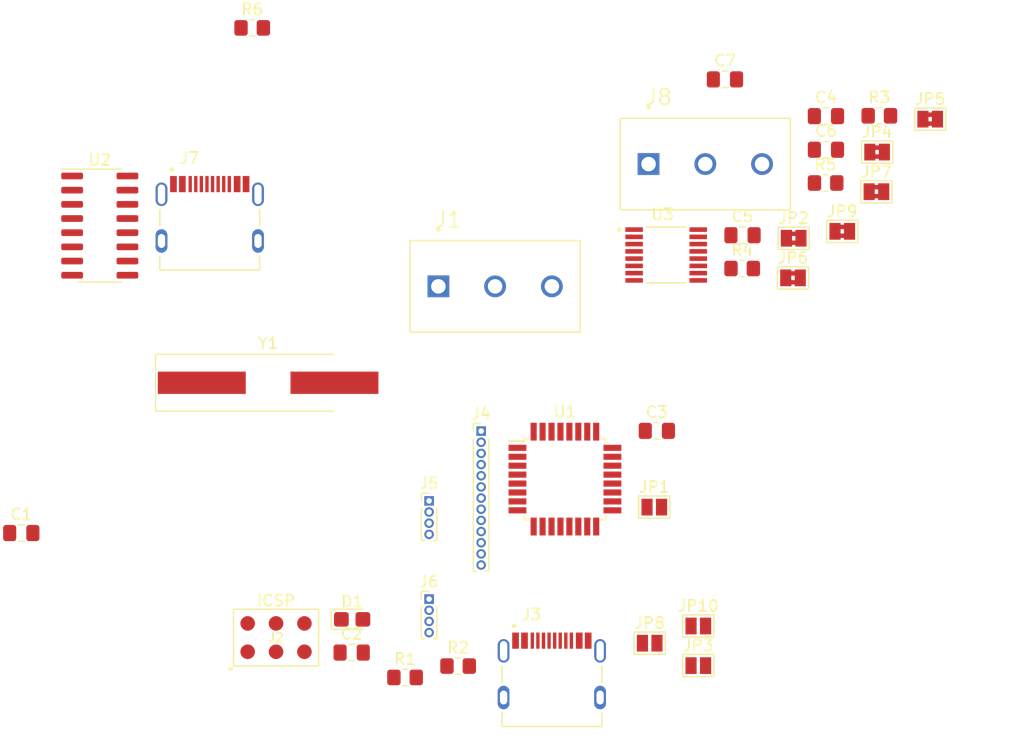
<source format=kicad_pcb>
(kicad_pcb (version 20171130) (host pcbnew "(5.1.10)-1")

  (general
    (thickness 1.6)
    (drawings 0)
    (tracks 0)
    (zones 0)
    (modules 36)
    (nets 77)
  )

  (page A4)
  (layers
    (0 F.Cu signal)
    (31 B.Cu signal)
    (32 B.Adhes user)
    (33 F.Adhes user)
    (34 B.Paste user)
    (35 F.Paste user)
    (36 B.SilkS user)
    (37 F.SilkS user)
    (38 B.Mask user)
    (39 F.Mask user)
    (40 Dwgs.User user)
    (41 Cmts.User user)
    (42 Eco1.User user)
    (43 Eco2.User user)
    (44 Edge.Cuts user)
    (45 Margin user)
    (46 B.CrtYd user)
    (47 F.CrtYd user)
    (48 B.Fab user)
    (49 F.Fab user)
  )

  (setup
    (last_trace_width 0.25)
    (trace_clearance 0.2)
    (zone_clearance 0.508)
    (zone_45_only no)
    (trace_min 0.2)
    (via_size 0.8)
    (via_drill 0.4)
    (via_min_size 0.4)
    (via_min_drill 0.3)
    (uvia_size 0.3)
    (uvia_drill 0.1)
    (uvias_allowed no)
    (uvia_min_size 0.2)
    (uvia_min_drill 0.1)
    (edge_width 0.05)
    (segment_width 0.2)
    (pcb_text_width 0.3)
    (pcb_text_size 1.5 1.5)
    (mod_edge_width 0.12)
    (mod_text_size 1 1)
    (mod_text_width 0.15)
    (pad_size 1.524 1.524)
    (pad_drill 0.762)
    (pad_to_mask_clearance 0)
    (aux_axis_origin 0 0)
    (visible_elements 7FFFFFFF)
    (pcbplotparams
      (layerselection 0x010fc_ffffffff)
      (usegerberextensions false)
      (usegerberattributes true)
      (usegerberadvancedattributes true)
      (creategerberjobfile true)
      (excludeedgelayer true)
      (linewidth 0.100000)
      (plotframeref false)
      (viasonmask false)
      (mode 1)
      (useauxorigin false)
      (hpglpennumber 1)
      (hpglpenspeed 20)
      (hpglpendiameter 15.000000)
      (psnegative false)
      (psa4output false)
      (plotreference true)
      (plotvalue true)
      (plotinvisibletext false)
      (padsonsilk false)
      (subtractmaskfromsilk false)
      (outputformat 1)
      (mirror false)
      (drillshape 1)
      (scaleselection 1)
      (outputdirectory ""))
  )

  (net 0 "")
  (net 1 XTAL1)
  (net 2 GND)
  (net 3 XTAL2)
  (net 4 VCC)
  (net 5 "Net-(D1-Pad2)")
  (net 6 MOSI)
  (net 7 SCK)
  (net 8 MISO)
  (net 9 RST)
  (net 10 ENC1A)
  (net 11 ENC1B)
  (net 12 ENC2A)
  (net 13 ENC2B)
  (net 14 ENC3A)
  (net 15 ENC3B)
  (net 16 ENC4A)
  (net 17 ENC4B)
  (net 18 BTN1)
  (net 19 BTN2)
  (net 20 BTN3)
  (net 21 BTN4)
  (net 22 RX)
  (net 23 TX)
  (net 24 SCL)
  (net 25 SDA)
  (net 26 "Net-(U1-Pad19)")
  (net 27 "Net-(U1-Pad20)")
  (net 28 "Net-(U1-Pad22)")
  (net 29 "Net-(J3-PadA6)")
  (net 30 "Net-(J3-PadB7)")
  (net 31 "Net-(J3-PadA5)")
  (net 32 "Net-(J3-PadB8)")
  (net 33 "Net-(J3-PadA7)")
  (net 34 "Net-(J3-PadB6)")
  (net 35 "Net-(J3-PadA8)")
  (net 36 "Net-(J3-PadB5)")
  (net 37 "Net-(J7-PadA5)")
  (net 38 "Net-(J7-PadB8)")
  (net 39 "Net-(J7-PadA8)")
  (net 40 "Net-(J7-PadB5)")
  (net 41 "Net-(U2-Pad7)")
  (net 42 "Net-(U2-Pad8)")
  (net 43 "Net-(U2-Pad9)")
  (net 44 "Net-(U2-Pad10)")
  (net 45 "Net-(U2-Pad11)")
  (net 46 "Net-(U2-Pad12)")
  (net 47 "Net-(U2-Pad13)")
  (net 48 "Net-(U2-Pad15)")
  (net 49 "Net-(C5-Pad2)")
  (net 50 "Net-(C6-Pad2)")
  (net 51 SIG1A)
  (net 52 SIG1B)
  (net 53 "Net-(J3-PadA4B9)")
  (net 54 "Net-(J3-PadB4A9)")
  (net 55 D+)
  (net 56 D-)
  (net 57 SIG2A)
  (net 58 SIG2B)
  (net 59 "Net-(R3-Pad1)")
  (net 60 "Net-(R3-Pad2)")
  (net 61 "Net-(U1-Pad11)")
  (net 62 "Net-(U1-Pad12)")
  (net 63 "Net-(U1-Pad23)")
  (net 64 "Net-(U1-Pad24)")
  (net 65 "Net-(U1-Pad25)")
  (net 66 "Net-(U1-Pad26)")
  (net 67 ICRST)
  (net 68 EXTRX)
  (net 69 EXTTX)
  (net 70 EXTRST)
  (net 71 "Net-(R6-Pad2)")
  (net 72 MUXS1)
  (net 73 MUXS2)
  (net 74 MUXS0)
  (net 75 ICTX)
  (net 76 ICRX)

  (net_class Default "This is the default net class."
    (clearance 0.2)
    (trace_width 0.25)
    (via_dia 0.8)
    (via_drill 0.4)
    (uvia_dia 0.3)
    (uvia_drill 0.1)
    (add_net BTN1)
    (add_net BTN2)
    (add_net BTN3)
    (add_net BTN4)
    (add_net D+)
    (add_net D-)
    (add_net ENC1A)
    (add_net ENC1B)
    (add_net ENC2A)
    (add_net ENC2B)
    (add_net ENC3A)
    (add_net ENC3B)
    (add_net ENC4A)
    (add_net ENC4B)
    (add_net EXTRST)
    (add_net EXTRX)
    (add_net EXTTX)
    (add_net GND)
    (add_net ICRST)
    (add_net ICRX)
    (add_net ICTX)
    (add_net MISO)
    (add_net MOSI)
    (add_net MUXS0)
    (add_net MUXS1)
    (add_net MUXS2)
    (add_net "Net-(C5-Pad2)")
    (add_net "Net-(C6-Pad2)")
    (add_net "Net-(D1-Pad2)")
    (add_net "Net-(J3-PadA4B9)")
    (add_net "Net-(J3-PadA5)")
    (add_net "Net-(J3-PadA6)")
    (add_net "Net-(J3-PadA7)")
    (add_net "Net-(J3-PadA8)")
    (add_net "Net-(J3-PadB4A9)")
    (add_net "Net-(J3-PadB5)")
    (add_net "Net-(J3-PadB6)")
    (add_net "Net-(J3-PadB7)")
    (add_net "Net-(J3-PadB8)")
    (add_net "Net-(J7-PadA5)")
    (add_net "Net-(J7-PadA8)")
    (add_net "Net-(J7-PadB5)")
    (add_net "Net-(J7-PadB8)")
    (add_net "Net-(R3-Pad1)")
    (add_net "Net-(R3-Pad2)")
    (add_net "Net-(R6-Pad2)")
    (add_net "Net-(U1-Pad11)")
    (add_net "Net-(U1-Pad12)")
    (add_net "Net-(U1-Pad19)")
    (add_net "Net-(U1-Pad20)")
    (add_net "Net-(U1-Pad22)")
    (add_net "Net-(U1-Pad23)")
    (add_net "Net-(U1-Pad24)")
    (add_net "Net-(U1-Pad25)")
    (add_net "Net-(U1-Pad26)")
    (add_net "Net-(U2-Pad10)")
    (add_net "Net-(U2-Pad11)")
    (add_net "Net-(U2-Pad12)")
    (add_net "Net-(U2-Pad13)")
    (add_net "Net-(U2-Pad15)")
    (add_net "Net-(U2-Pad7)")
    (add_net "Net-(U2-Pad8)")
    (add_net "Net-(U2-Pad9)")
    (add_net RST)
    (add_net RX)
    (add_net SCK)
    (add_net SCL)
    (add_net SDA)
    (add_net SIG1A)
    (add_net SIG1B)
    (add_net SIG2A)
    (add_net SIG2B)
    (add_net TX)
    (add_net VCC)
    (add_net XTAL1)
    (add_net XTAL2)
  )

  (module Capacitor_SMD:C_0805_2012Metric_Pad1.18x1.45mm_HandSolder (layer F.Cu) (tedit 5F68FEEF) (tstamp 6116A267)
    (at 58.279001 181.901001)
    (descr "Capacitor SMD 0805 (2012 Metric), square (rectangular) end terminal, IPC_7351 nominal with elongated pad for handsoldering. (Body size source: IPC-SM-782 page 76, https://www.pcb-3d.com/wordpress/wp-content/uploads/ipc-sm-782a_amendment_1_and_2.pdf, https://docs.google.com/spreadsheets/d/1BsfQQcO9C6DZCsRaXUlFlo91Tg2WpOkGARC1WS5S8t0/edit?usp=sharing), generated with kicad-footprint-generator")
    (tags "capacitor handsolder")
    (path /611448F1)
    (attr smd)
    (fp_text reference C2 (at 0 -1.68) (layer F.SilkS)
      (effects (font (size 1 1) (thickness 0.15)))
    )
    (fp_text value 22p (at 0 1.68) (layer F.Fab)
      (effects (font (size 1 1) (thickness 0.15)))
    )
    (fp_line (start 1.88 0.98) (end -1.88 0.98) (layer F.CrtYd) (width 0.05))
    (fp_line (start 1.88 -0.98) (end 1.88 0.98) (layer F.CrtYd) (width 0.05))
    (fp_line (start -1.88 -0.98) (end 1.88 -0.98) (layer F.CrtYd) (width 0.05))
    (fp_line (start -1.88 0.98) (end -1.88 -0.98) (layer F.CrtYd) (width 0.05))
    (fp_line (start -0.261252 0.735) (end 0.261252 0.735) (layer F.SilkS) (width 0.12))
    (fp_line (start -0.261252 -0.735) (end 0.261252 -0.735) (layer F.SilkS) (width 0.12))
    (fp_line (start 1 0.625) (end -1 0.625) (layer F.Fab) (width 0.1))
    (fp_line (start 1 -0.625) (end 1 0.625) (layer F.Fab) (width 0.1))
    (fp_line (start -1 -0.625) (end 1 -0.625) (layer F.Fab) (width 0.1))
    (fp_line (start -1 0.625) (end -1 -0.625) (layer F.Fab) (width 0.1))
    (fp_text user %R (at 0 0) (layer F.Fab)
      (effects (font (size 0.5 0.5) (thickness 0.08)))
    )
    (pad 1 smd roundrect (at -1.0375 0) (size 1.175 1.45) (layers F.Cu F.Paste F.Mask) (roundrect_rratio 0.212766)
      (net 3 XTAL2))
    (pad 2 smd roundrect (at 1.0375 0) (size 1.175 1.45) (layers F.Cu F.Paste F.Mask) (roundrect_rratio 0.212766)
      (net 2 GND))
    (model ${KISYS3DMOD}/Capacitor_SMD.3dshapes/C_0805_2012Metric.wrl
      (at (xyz 0 0 0))
      (scale (xyz 1 1 1))
      (rotate (xyz 0 0 0))
    )
  )

  (module Capacitor_SMD:C_0805_2012Metric_Pad1.18x1.45mm_HandSolder (layer F.Cu) (tedit 5F68FEEF) (tstamp 6116A278)
    (at 85.599001 162.041001)
    (descr "Capacitor SMD 0805 (2012 Metric), square (rectangular) end terminal, IPC_7351 nominal with elongated pad for handsoldering. (Body size source: IPC-SM-782 page 76, https://www.pcb-3d.com/wordpress/wp-content/uploads/ipc-sm-782a_amendment_1_and_2.pdf, https://docs.google.com/spreadsheets/d/1BsfQQcO9C6DZCsRaXUlFlo91Tg2WpOkGARC1WS5S8t0/edit?usp=sharing), generated with kicad-footprint-generator")
    (tags "capacitor handsolder")
    (path /6115564D)
    (attr smd)
    (fp_text reference C3 (at 0 -1.68) (layer F.SilkS)
      (effects (font (size 1 1) (thickness 0.15)))
    )
    (fp_text value 100n (at 0 1.68) (layer F.Fab)
      (effects (font (size 1 1) (thickness 0.15)))
    )
    (fp_line (start -1 0.625) (end -1 -0.625) (layer F.Fab) (width 0.1))
    (fp_line (start -1 -0.625) (end 1 -0.625) (layer F.Fab) (width 0.1))
    (fp_line (start 1 -0.625) (end 1 0.625) (layer F.Fab) (width 0.1))
    (fp_line (start 1 0.625) (end -1 0.625) (layer F.Fab) (width 0.1))
    (fp_line (start -0.261252 -0.735) (end 0.261252 -0.735) (layer F.SilkS) (width 0.12))
    (fp_line (start -0.261252 0.735) (end 0.261252 0.735) (layer F.SilkS) (width 0.12))
    (fp_line (start -1.88 0.98) (end -1.88 -0.98) (layer F.CrtYd) (width 0.05))
    (fp_line (start -1.88 -0.98) (end 1.88 -0.98) (layer F.CrtYd) (width 0.05))
    (fp_line (start 1.88 -0.98) (end 1.88 0.98) (layer F.CrtYd) (width 0.05))
    (fp_line (start 1.88 0.98) (end -1.88 0.98) (layer F.CrtYd) (width 0.05))
    (fp_text user %R (at 0 0) (layer F.Fab)
      (effects (font (size 0.5 0.5) (thickness 0.08)))
    )
    (pad 2 smd roundrect (at 1.0375 0) (size 1.175 1.45) (layers F.Cu F.Paste F.Mask) (roundrect_rratio 0.212766)
      (net 2 GND))
    (pad 1 smd roundrect (at -1.0375 0) (size 1.175 1.45) (layers F.Cu F.Paste F.Mask) (roundrect_rratio 0.212766)
      (net 4 VCC))
    (model ${KISYS3DMOD}/Capacitor_SMD.3dshapes/C_0805_2012Metric.wrl
      (at (xyz 0 0 0))
      (scale (xyz 1 1 1))
      (rotate (xyz 0 0 0))
    )
  )

  (module LED_SMD:LED_0805_2012Metric_Castellated (layer F.Cu) (tedit 5F68FEF1) (tstamp 6116A28B)
    (at 58.319001 178.926001)
    (descr "LED SMD 0805 (2012 Metric), castellated end terminal, IPC_7351 nominal, (Body size source: https://docs.google.com/spreadsheets/d/1BsfQQcO9C6DZCsRaXUlFlo91Tg2WpOkGARC1WS5S8t0/edit?usp=sharing), generated with kicad-footprint-generator")
    (tags "LED castellated")
    (path /6113FB23)
    (attr smd)
    (fp_text reference D1 (at 0 -1.6) (layer F.SilkS)
      (effects (font (size 1 1) (thickness 0.15)))
    )
    (fp_text value 17-21/BHC-XL2M2TY/3T (at 0 1.6) (layer F.Fab)
      (effects (font (size 1 1) (thickness 0.15)))
    )
    (fp_line (start 1.88 0.9) (end -1.88 0.9) (layer F.CrtYd) (width 0.05))
    (fp_line (start 1.88 -0.9) (end 1.88 0.9) (layer F.CrtYd) (width 0.05))
    (fp_line (start -1.88 -0.9) (end 1.88 -0.9) (layer F.CrtYd) (width 0.05))
    (fp_line (start -1.88 0.9) (end -1.88 -0.9) (layer F.CrtYd) (width 0.05))
    (fp_line (start -1.885 0.91) (end 1 0.91) (layer F.SilkS) (width 0.12))
    (fp_line (start -1.885 -0.91) (end -1.885 0.91) (layer F.SilkS) (width 0.12))
    (fp_line (start 1 -0.91) (end -1.885 -0.91) (layer F.SilkS) (width 0.12))
    (fp_line (start 1 0.6) (end 1 -0.6) (layer F.Fab) (width 0.1))
    (fp_line (start -1 0.6) (end 1 0.6) (layer F.Fab) (width 0.1))
    (fp_line (start -1 -0.3) (end -1 0.6) (layer F.Fab) (width 0.1))
    (fp_line (start -0.7 -0.6) (end -1 -0.3) (layer F.Fab) (width 0.1))
    (fp_line (start 1 -0.6) (end -0.7 -0.6) (layer F.Fab) (width 0.1))
    (fp_text user %R (at 0 0) (layer F.Fab)
      (effects (font (size 0.5 0.5) (thickness 0.08)))
    )
    (pad 1 smd roundrect (at -0.9625 0) (size 1.325 1.3) (layers F.Cu F.Paste F.Mask) (roundrect_rratio 0.192308)
      (net 2 GND))
    (pad 2 smd roundrect (at 0.9625 0) (size 1.325 1.3) (layers F.Cu F.Paste F.Mask) (roundrect_rratio 0.192308)
      (net 5 "Net-(D1-Pad2)"))
    (model ${KISYS3DMOD}/LED_SMD.3dshapes/LED_0805_2012Metric_Castellated.wrl
      (at (xyz 0 0 0))
      (scale (xyz 1 1 1))
      (rotate (xyz 0 0 0))
    )
  )

  (module AVR-ISP:AVR-ISP (layer F.Cu) (tedit 61126B73) (tstamp 6116A29B)
    (at 51.508001 180.559501)
    (path /61134728)
    (fp_text reference J2 (at 0 0) (layer F.SilkS)
      (effects (font (size 0.787402 0.787402) (thickness 0.15)))
    )
    (fp_text value AVR-ISP-6 (at 0 0) (layer F.Fab)
      (effects (font (size 0.787402 0.787402) (thickness 0.15)))
    )
    (fp_line (start -3.81 -2.54) (end 3.81 -2.54) (layer F.SilkS) (width 0.127))
    (fp_line (start 3.81 -2.54) (end 3.81 2.54) (layer F.SilkS) (width 0.127))
    (fp_line (start 3.81 2.54) (end -3.81 2.54) (layer F.SilkS) (width 0.127))
    (fp_line (start -3.81 2.54) (end -3.81 -2.54) (layer F.SilkS) (width 0.127))
    (fp_circle (center -4.064 2.794) (end -3.964 2.794) (layer F.SilkS) (width 0.2))
    (fp_text user ICSP (at 0 -3.302) (layer F.SilkS)
      (effects (font (size 1 1) (thickness 0.15)))
    )
    (pad 4 smd circle (at 0 -1.27) (size 1.308 1.308) (layers F.Cu F.Paste F.Mask)
      (net 6 MOSI))
    (pad 3 smd circle (at 0 1.27) (size 1.308 1.308) (layers F.Cu F.Paste F.Mask)
      (net 7 SCK))
    (pad 2 smd circle (at -2.54 -1.27) (size 1.308 1.308) (layers F.Cu F.Paste F.Mask)
      (net 4 VCC))
    (pad 1 smd circle (at -2.54 1.27) (size 1.308 1.308) (layers F.Cu F.Paste F.Mask)
      (net 8 MISO))
    (pad 5 smd circle (at 2.54 1.27) (size 1.308 1.308) (layers F.Cu F.Paste F.Mask)
      (net 9 RST))
    (pad 6 smd circle (at 2.54 -1.27) (size 1.308 1.308) (layers F.Cu F.Paste F.Mask)
      (net 2 GND))
  )

  (module HRO_TYPE-C-31-M-12:HRO_TYPE-C-31-M-12 (layer F.Cu) (tedit 6112D184) (tstamp 6116A2C0)
    (at 76.2 185.928)
    (path /6112D89A)
    (fp_text reference J3 (at -1.825 -7.435) (layer F.SilkS)
      (effects (font (size 1 1) (thickness 0.15)))
    )
    (fp_text value TYPE-C-31-M-12 (at 6.43 4.135) (layer F.Fab)
      (effects (font (size 1 1) (thickness 0.15)))
    )
    (fp_circle (center -3.4 -6.4) (end -3.3 -6.4) (layer F.SilkS) (width 0.2))
    (fp_circle (center -3.4 -6.4) (end -3.3 -6.4) (layer F.Fab) (width 0.2))
    (fp_line (start -5.095 -6.07) (end -5.095 2.85) (layer F.CrtYd) (width 0.05))
    (fp_line (start 5.095 -6.07) (end -5.095 -6.07) (layer F.CrtYd) (width 0.05))
    (fp_line (start 5.095 2.85) (end 5.095 -6.07) (layer F.CrtYd) (width 0.05))
    (fp_line (start -5.095 2.85) (end 5.095 2.85) (layer F.CrtYd) (width 0.05))
    (fp_line (start -4.47 2.6) (end -4.47 1.37) (layer F.SilkS) (width 0.127))
    (fp_line (start 4.47 2.6) (end -4.47 2.6) (layer F.SilkS) (width 0.127))
    (fp_line (start 4.47 1.37) (end 4.47 2.6) (layer F.SilkS) (width 0.127))
    (fp_line (start 4.47 -2.81) (end 4.47 -1.37) (layer F.SilkS) (width 0.127))
    (fp_line (start -4.47 -2.81) (end -4.47 -1.37) (layer F.SilkS) (width 0.127))
    (fp_line (start -4.47 -4.7) (end -4.47 2.6) (layer F.Fab) (width 0.127))
    (fp_line (start 4.47 -4.7) (end -4.47 -4.7) (layer F.Fab) (width 0.127))
    (fp_line (start 4.47 2.6) (end 4.47 -4.7) (layer F.Fab) (width 0.127))
    (fp_line (start -4.47 2.6) (end 4.47 2.6) (layer F.Fab) (width 0.127))
    (pad A1B12 smd rect (at -3.25 -5.095) (size 0.6 1.45) (layers F.Cu F.Paste F.Mask)
      (net 2 GND))
    (pad A4B9 smd rect (at -2.45 -5.095) (size 0.6 1.45) (layers F.Cu F.Paste F.Mask)
      (net 53 "Net-(J3-PadA4B9)"))
    (pad A6 smd rect (at -0.25 -5.095) (size 0.3 1.45) (layers F.Cu F.Paste F.Mask)
      (net 29 "Net-(J3-PadA6)"))
    (pad B7 smd rect (at -0.75 -5.095) (size 0.3 1.45) (layers F.Cu F.Paste F.Mask)
      (net 30 "Net-(J3-PadB7)"))
    (pad A5 smd rect (at -1.25 -5.095) (size 0.3 1.45) (layers F.Cu F.Paste F.Mask)
      (net 31 "Net-(J3-PadA5)"))
    (pad B8 smd rect (at -1.75 -5.095) (size 0.3 1.45) (layers F.Cu F.Paste F.Mask)
      (net 32 "Net-(J3-PadB8)"))
    (pad A7 smd rect (at 0.25 -5.095) (size 0.3 1.45) (layers F.Cu F.Paste F.Mask)
      (net 33 "Net-(J3-PadA7)"))
    (pad B6 smd rect (at 0.75 -5.095) (size 0.3 1.45) (layers F.Cu F.Paste F.Mask)
      (net 34 "Net-(J3-PadB6)"))
    (pad A8 smd rect (at 1.25 -5.095) (size 0.3 1.45) (layers F.Cu F.Paste F.Mask)
      (net 35 "Net-(J3-PadA8)"))
    (pad B5 smd rect (at 1.75 -5.095) (size 0.3 1.45) (layers F.Cu F.Paste F.Mask)
      (net 36 "Net-(J3-PadB5)"))
    (pad B4A9 smd rect (at 2.45 -5.095) (size 0.6 1.45) (layers F.Cu F.Paste F.Mask)
      (net 54 "Net-(J3-PadB4A9)"))
    (pad B1A12 smd rect (at 3.25 -5.095) (size 0.6 1.45) (layers F.Cu F.Paste F.Mask)
      (net 2 GND))
    (pad S1 thru_hole oval (at -4.32 -4.18) (size 1.05 2.1) (drill oval 0.65 1.75) (layers *.Cu *.Mask)
      (net 2 GND))
    (pad S2 thru_hole oval (at 4.32 -4.18) (size 1.05 2.1) (drill oval 0.65 1.75) (layers *.Cu *.Mask)
      (net 2 GND))
    (pad S3 thru_hole oval (at -4.32 0) (size 1.05 2.1) (drill oval 0.65 1.25) (layers *.Cu *.Mask)
      (net 2 GND))
    (pad S4 thru_hole oval (at 4.32 0) (size 1.05 2.1) (drill oval 0.65 1.25) (layers *.Cu *.Mask)
      (net 2 GND))
    (pad None np_thru_hole circle (at -2.89 -3.65) (size 0.7 0.7) (drill 0.7) (layers *.Cu *.Mask))
    (pad None np_thru_hole circle (at 2.89 -3.65) (size 0.7 0.7) (drill 0.7) (layers *.Cu *.Mask))
    (model ${KIPRJMOD}/Libraries/HRO_TYPE-C-31-M-12.models/TYPE-C-31-M-12.step
      (at (xyz 0 0 0))
      (scale (xyz 1 1 1))
      (rotate (xyz -90 0 0))
    )
  )

  (module Connector_PinHeader_1.00mm:PinHeader_1x13_P1.00mm_Vertical (layer F.Cu) (tedit 59FED738) (tstamp 6116A2E3)
    (at 69.869001 162.061001)
    (descr "Through hole straight pin header, 1x13, 1.00mm pitch, single row")
    (tags "Through hole pin header THT 1x13 1.00mm single row")
    (path /61285557)
    (fp_text reference J4 (at 0 -1.56) (layer F.SilkS)
      (effects (font (size 1 1) (thickness 0.15)))
    )
    (fp_text value Conn_01x13 (at 0 13.56) (layer F.Fab)
      (effects (font (size 1 1) (thickness 0.15)))
    )
    (fp_line (start 1.15 -1) (end -1.15 -1) (layer F.CrtYd) (width 0.05))
    (fp_line (start 1.15 13) (end 1.15 -1) (layer F.CrtYd) (width 0.05))
    (fp_line (start -1.15 13) (end 1.15 13) (layer F.CrtYd) (width 0.05))
    (fp_line (start -1.15 -1) (end -1.15 13) (layer F.CrtYd) (width 0.05))
    (fp_line (start -0.695 -0.685) (end 0 -0.685) (layer F.SilkS) (width 0.12))
    (fp_line (start -0.695 0) (end -0.695 -0.685) (layer F.SilkS) (width 0.12))
    (fp_line (start 0.608276 0.685) (end 0.695 0.685) (layer F.SilkS) (width 0.12))
    (fp_line (start -0.695 0.685) (end -0.608276 0.685) (layer F.SilkS) (width 0.12))
    (fp_line (start 0.695 0.685) (end 0.695 12.56) (layer F.SilkS) (width 0.12))
    (fp_line (start -0.695 0.685) (end -0.695 12.56) (layer F.SilkS) (width 0.12))
    (fp_line (start 0.394493 12.56) (end 0.695 12.56) (layer F.SilkS) (width 0.12))
    (fp_line (start -0.695 12.56) (end -0.394493 12.56) (layer F.SilkS) (width 0.12))
    (fp_line (start -0.635 -0.1825) (end -0.3175 -0.5) (layer F.Fab) (width 0.1))
    (fp_line (start -0.635 12.5) (end -0.635 -0.1825) (layer F.Fab) (width 0.1))
    (fp_line (start 0.635 12.5) (end -0.635 12.5) (layer F.Fab) (width 0.1))
    (fp_line (start 0.635 -0.5) (end 0.635 12.5) (layer F.Fab) (width 0.1))
    (fp_line (start -0.3175 -0.5) (end 0.635 -0.5) (layer F.Fab) (width 0.1))
    (fp_text user %R (at 0 6 90) (layer F.Fab)
      (effects (font (size 0.76 0.76) (thickness 0.114)))
    )
    (pad 1 thru_hole rect (at 0 0) (size 0.85 0.85) (drill 0.5) (layers *.Cu *.Mask)
      (net 2 GND))
    (pad 2 thru_hole oval (at 0 1) (size 0.85 0.85) (drill 0.5) (layers *.Cu *.Mask)
      (net 10 ENC1A))
    (pad 3 thru_hole oval (at 0 2) (size 0.85 0.85) (drill 0.5) (layers *.Cu *.Mask)
      (net 11 ENC1B))
    (pad 4 thru_hole oval (at 0 3) (size 0.85 0.85) (drill 0.5) (layers *.Cu *.Mask)
      (net 12 ENC2A))
    (pad 5 thru_hole oval (at 0 4) (size 0.85 0.85) (drill 0.5) (layers *.Cu *.Mask)
      (net 13 ENC2B))
    (pad 6 thru_hole oval (at 0 5) (size 0.85 0.85) (drill 0.5) (layers *.Cu *.Mask)
      (net 14 ENC3A))
    (pad 7 thru_hole oval (at 0 6) (size 0.85 0.85) (drill 0.5) (layers *.Cu *.Mask)
      (net 15 ENC3B))
    (pad 8 thru_hole oval (at 0 7) (size 0.85 0.85) (drill 0.5) (layers *.Cu *.Mask)
      (net 16 ENC4A))
    (pad 9 thru_hole oval (at 0 8) (size 0.85 0.85) (drill 0.5) (layers *.Cu *.Mask)
      (net 17 ENC4B))
    (pad 10 thru_hole oval (at 0 9) (size 0.85 0.85) (drill 0.5) (layers *.Cu *.Mask)
      (net 18 BTN1))
    (pad 11 thru_hole oval (at 0 10) (size 0.85 0.85) (drill 0.5) (layers *.Cu *.Mask)
      (net 19 BTN2))
    (pad 12 thru_hole oval (at 0 11) (size 0.85 0.85) (drill 0.5) (layers *.Cu *.Mask)
      (net 20 BTN3))
    (pad 13 thru_hole oval (at 0 12) (size 0.85 0.85) (drill 0.5) (layers *.Cu *.Mask)
      (net 21 BTN4))
    (model ${KISYS3DMOD}/Connector_PinHeader_1.00mm.3dshapes/PinHeader_1x13_P1.00mm_Vertical.wrl
      (at (xyz 0 0 0))
      (scale (xyz 1 1 1))
      (rotate (xyz 0 0 0))
    )
  )

  (module Connector_PinHeader_1.00mm:PinHeader_1x04_P1.00mm_Vertical (layer F.Cu) (tedit 59FED738) (tstamp 6116A2FD)
    (at 65.209001 168.311001)
    (descr "Through hole straight pin header, 1x04, 1.00mm pitch, single row")
    (tags "Through hole pin header THT 1x04 1.00mm single row")
    (path /613031C0)
    (fp_text reference J5 (at 0 -1.56) (layer F.SilkS)
      (effects (font (size 1 1) (thickness 0.15)))
    )
    (fp_text value Conn_01x04 (at 0 4.56) (layer F.Fab)
      (effects (font (size 1 1) (thickness 0.15)))
    )
    (fp_line (start 1.15 -1) (end -1.15 -1) (layer F.CrtYd) (width 0.05))
    (fp_line (start 1.15 4) (end 1.15 -1) (layer F.CrtYd) (width 0.05))
    (fp_line (start -1.15 4) (end 1.15 4) (layer F.CrtYd) (width 0.05))
    (fp_line (start -1.15 -1) (end -1.15 4) (layer F.CrtYd) (width 0.05))
    (fp_line (start -0.695 -0.685) (end 0 -0.685) (layer F.SilkS) (width 0.12))
    (fp_line (start -0.695 0) (end -0.695 -0.685) (layer F.SilkS) (width 0.12))
    (fp_line (start 0.608276 0.685) (end 0.695 0.685) (layer F.SilkS) (width 0.12))
    (fp_line (start -0.695 0.685) (end -0.608276 0.685) (layer F.SilkS) (width 0.12))
    (fp_line (start 0.695 0.685) (end 0.695 3.56) (layer F.SilkS) (width 0.12))
    (fp_line (start -0.695 0.685) (end -0.695 3.56) (layer F.SilkS) (width 0.12))
    (fp_line (start 0.394493 3.56) (end 0.695 3.56) (layer F.SilkS) (width 0.12))
    (fp_line (start -0.695 3.56) (end -0.394493 3.56) (layer F.SilkS) (width 0.12))
    (fp_line (start -0.635 -0.1825) (end -0.3175 -0.5) (layer F.Fab) (width 0.1))
    (fp_line (start -0.635 3.5) (end -0.635 -0.1825) (layer F.Fab) (width 0.1))
    (fp_line (start 0.635 3.5) (end -0.635 3.5) (layer F.Fab) (width 0.1))
    (fp_line (start 0.635 -0.5) (end 0.635 3.5) (layer F.Fab) (width 0.1))
    (fp_line (start -0.3175 -0.5) (end 0.635 -0.5) (layer F.Fab) (width 0.1))
    (fp_text user %R (at 0 1.5 90) (layer F.Fab)
      (effects (font (size 0.76 0.76) (thickness 0.114)))
    )
    (pad 1 thru_hole rect (at 0 0) (size 0.85 0.85) (drill 0.5) (layers *.Cu *.Mask)
      (net 2 GND))
    (pad 2 thru_hole oval (at 0 1) (size 0.85 0.85) (drill 0.5) (layers *.Cu *.Mask)
      (net 23 TX))
    (pad 3 thru_hole oval (at 0 2) (size 0.85 0.85) (drill 0.5) (layers *.Cu *.Mask)
      (net 22 RX))
    (pad 4 thru_hole oval (at 0 3) (size 0.85 0.85) (drill 0.5) (layers *.Cu *.Mask)
      (net 9 RST))
    (model ${KISYS3DMOD}/Connector_PinHeader_1.00mm.3dshapes/PinHeader_1x04_P1.00mm_Vertical.wrl
      (at (xyz 0 0 0))
      (scale (xyz 1 1 1))
      (rotate (xyz 0 0 0))
    )
  )

  (module Connector_PinHeader_1.00mm:PinHeader_1x04_P1.00mm_Vertical (layer F.Cu) (tedit 59FED738) (tstamp 6116A317)
    (at 65.209001 177.111001)
    (descr "Through hole straight pin header, 1x04, 1.00mm pitch, single row")
    (tags "Through hole pin header THT 1x04 1.00mm single row")
    (path /613021A3)
    (fp_text reference J6 (at 0 -1.56) (layer F.SilkS)
      (effects (font (size 1 1) (thickness 0.15)))
    )
    (fp_text value Conn_01x04 (at 0 4.56) (layer F.Fab)
      (effects (font (size 1 1) (thickness 0.15)))
    )
    (fp_line (start -0.3175 -0.5) (end 0.635 -0.5) (layer F.Fab) (width 0.1))
    (fp_line (start 0.635 -0.5) (end 0.635 3.5) (layer F.Fab) (width 0.1))
    (fp_line (start 0.635 3.5) (end -0.635 3.5) (layer F.Fab) (width 0.1))
    (fp_line (start -0.635 3.5) (end -0.635 -0.1825) (layer F.Fab) (width 0.1))
    (fp_line (start -0.635 -0.1825) (end -0.3175 -0.5) (layer F.Fab) (width 0.1))
    (fp_line (start -0.695 3.56) (end -0.394493 3.56) (layer F.SilkS) (width 0.12))
    (fp_line (start 0.394493 3.56) (end 0.695 3.56) (layer F.SilkS) (width 0.12))
    (fp_line (start -0.695 0.685) (end -0.695 3.56) (layer F.SilkS) (width 0.12))
    (fp_line (start 0.695 0.685) (end 0.695 3.56) (layer F.SilkS) (width 0.12))
    (fp_line (start -0.695 0.685) (end -0.608276 0.685) (layer F.SilkS) (width 0.12))
    (fp_line (start 0.608276 0.685) (end 0.695 0.685) (layer F.SilkS) (width 0.12))
    (fp_line (start -0.695 0) (end -0.695 -0.685) (layer F.SilkS) (width 0.12))
    (fp_line (start -0.695 -0.685) (end 0 -0.685) (layer F.SilkS) (width 0.12))
    (fp_line (start -1.15 -1) (end -1.15 4) (layer F.CrtYd) (width 0.05))
    (fp_line (start -1.15 4) (end 1.15 4) (layer F.CrtYd) (width 0.05))
    (fp_line (start 1.15 4) (end 1.15 -1) (layer F.CrtYd) (width 0.05))
    (fp_line (start 1.15 -1) (end -1.15 -1) (layer F.CrtYd) (width 0.05))
    (fp_text user %R (at 0 1.5 90) (layer F.Fab)
      (effects (font (size 0.76 0.76) (thickness 0.114)))
    )
    (pad 4 thru_hole oval (at 0 3) (size 0.85 0.85) (drill 0.5) (layers *.Cu *.Mask)
      (net 4 VCC))
    (pad 3 thru_hole oval (at 0 2) (size 0.85 0.85) (drill 0.5) (layers *.Cu *.Mask)
      (net 24 SCL))
    (pad 2 thru_hole oval (at 0 1) (size 0.85 0.85) (drill 0.5) (layers *.Cu *.Mask)
      (net 25 SDA))
    (pad 1 thru_hole rect (at 0 0) (size 0.85 0.85) (drill 0.5) (layers *.Cu *.Mask)
      (net 2 GND))
    (model ${KISYS3DMOD}/Connector_PinHeader_1.00mm.3dshapes/PinHeader_1x04_P1.00mm_Vertical.wrl
      (at (xyz 0 0 0))
      (scale (xyz 1 1 1))
      (rotate (xyz 0 0 0))
    )
  )

  (module Jumper:SolderJumper-2_P1.3mm_Open_Pad1.0x1.5mm (layer F.Cu) (tedit 5A3EABFC) (tstamp 6116A325)
    (at 85.369001 168.871001)
    (descr "SMD Solder Jumper, 1x1.5mm Pads, 0.3mm gap, open")
    (tags "solder jumper open")
    (path /6113282A)
    (attr virtual)
    (fp_text reference JP1 (at 0 -1.8) (layer F.SilkS)
      (effects (font (size 1 1) (thickness 0.15)))
    )
    (fp_text value SolderJumper (at 0 1.9) (layer F.Fab)
      (effects (font (size 1 1) (thickness 0.15)))
    )
    (fp_line (start 1.65 1.25) (end -1.65 1.25) (layer F.CrtYd) (width 0.05))
    (fp_line (start 1.65 1.25) (end 1.65 -1.25) (layer F.CrtYd) (width 0.05))
    (fp_line (start -1.65 -1.25) (end -1.65 1.25) (layer F.CrtYd) (width 0.05))
    (fp_line (start -1.65 -1.25) (end 1.65 -1.25) (layer F.CrtYd) (width 0.05))
    (fp_line (start -1.4 -1) (end 1.4 -1) (layer F.SilkS) (width 0.12))
    (fp_line (start 1.4 -1) (end 1.4 1) (layer F.SilkS) (width 0.12))
    (fp_line (start 1.4 1) (end -1.4 1) (layer F.SilkS) (width 0.12))
    (fp_line (start -1.4 1) (end -1.4 -1) (layer F.SilkS) (width 0.12))
    (pad 2 smd rect (at 0.65 0) (size 1 1.5) (layers F.Cu F.Mask)
      (net 29 "Net-(J3-PadA6)"))
    (pad 1 smd rect (at -0.65 0) (size 1 1.5) (layers F.Cu F.Mask)
      (net 25 SDA))
  )

  (module Jumper:SolderJumper-2_P1.3mm_Open_Pad1.0x1.5mm (layer F.Cu) (tedit 5A3EABFC) (tstamp 6116A341)
    (at 89.309001 183.071001)
    (descr "SMD Solder Jumper, 1x1.5mm Pads, 0.3mm gap, open")
    (tags "solder jumper open")
    (path /6118262C)
    (attr virtual)
    (fp_text reference JP3 (at 0 -1.8) (layer F.SilkS)
      (effects (font (size 1 1) (thickness 0.15)))
    )
    (fp_text value SolderJumper (at 0 1.9) (layer F.Fab)
      (effects (font (size 1 1) (thickness 0.15)))
    )
    (fp_line (start -1.4 1) (end -1.4 -1) (layer F.SilkS) (width 0.12))
    (fp_line (start 1.4 1) (end -1.4 1) (layer F.SilkS) (width 0.12))
    (fp_line (start 1.4 -1) (end 1.4 1) (layer F.SilkS) (width 0.12))
    (fp_line (start -1.4 -1) (end 1.4 -1) (layer F.SilkS) (width 0.12))
    (fp_line (start -1.65 -1.25) (end 1.65 -1.25) (layer F.CrtYd) (width 0.05))
    (fp_line (start -1.65 -1.25) (end -1.65 1.25) (layer F.CrtYd) (width 0.05))
    (fp_line (start 1.65 1.25) (end 1.65 -1.25) (layer F.CrtYd) (width 0.05))
    (fp_line (start 1.65 1.25) (end -1.65 1.25) (layer F.CrtYd) (width 0.05))
    (pad 1 smd rect (at -0.65 0) (size 1 1.5) (layers F.Cu F.Mask)
      (net 24 SCL))
    (pad 2 smd rect (at 0.65 0) (size 1 1.5) (layers F.Cu F.Mask)
      (net 33 "Net-(J3-PadA7)"))
  )

  (module Jumper:SolderJumper-2_P1.3mm_Open_Pad1.0x1.5mm (layer F.Cu) (tedit 5A3EABFC) (tstamp 6116A387)
    (at 84.959001 181.061001)
    (descr "SMD Solder Jumper, 1x1.5mm Pads, 0.3mm gap, open")
    (tags "solder jumper open")
    (path /611A3587)
    (attr virtual)
    (fp_text reference JP8 (at 0 -1.8) (layer F.SilkS)
      (effects (font (size 1 1) (thickness 0.15)))
    )
    (fp_text value SolderJumper (at 0 1.9) (layer F.Fab)
      (effects (font (size 1 1) (thickness 0.15)))
    )
    (fp_line (start -1.4 1) (end -1.4 -1) (layer F.SilkS) (width 0.12))
    (fp_line (start 1.4 1) (end -1.4 1) (layer F.SilkS) (width 0.12))
    (fp_line (start 1.4 -1) (end 1.4 1) (layer F.SilkS) (width 0.12))
    (fp_line (start -1.4 -1) (end 1.4 -1) (layer F.SilkS) (width 0.12))
    (fp_line (start -1.65 -1.25) (end 1.65 -1.25) (layer F.CrtYd) (width 0.05))
    (fp_line (start -1.65 -1.25) (end -1.65 1.25) (layer F.CrtYd) (width 0.05))
    (fp_line (start 1.65 1.25) (end 1.65 -1.25) (layer F.CrtYd) (width 0.05))
    (fp_line (start 1.65 1.25) (end -1.65 1.25) (layer F.CrtYd) (width 0.05))
    (pad 1 smd rect (at -0.65 0) (size 1 1.5) (layers F.Cu F.Mask)
      (net 24 SCL))
    (pad 2 smd rect (at 0.65 0) (size 1 1.5) (layers F.Cu F.Mask)
      (net 30 "Net-(J3-PadB7)"))
  )

  (module Jumper:SolderJumper-2_P1.3mm_Open_Pad1.0x1.5mm (layer F.Cu) (tedit 5A3EABFC) (tstamp 6116A3A3)
    (at 89.309001 179.521001)
    (descr "SMD Solder Jumper, 1x1.5mm Pads, 0.3mm gap, open")
    (tags "solder jumper open")
    (path /611A3577)
    (attr virtual)
    (fp_text reference JP10 (at 0 -1.8) (layer F.SilkS)
      (effects (font (size 1 1) (thickness 0.15)))
    )
    (fp_text value SolderJumper (at 0 1.9) (layer F.Fab)
      (effects (font (size 1 1) (thickness 0.15)))
    )
    (fp_line (start 1.65 1.25) (end -1.65 1.25) (layer F.CrtYd) (width 0.05))
    (fp_line (start 1.65 1.25) (end 1.65 -1.25) (layer F.CrtYd) (width 0.05))
    (fp_line (start -1.65 -1.25) (end -1.65 1.25) (layer F.CrtYd) (width 0.05))
    (fp_line (start -1.65 -1.25) (end 1.65 -1.25) (layer F.CrtYd) (width 0.05))
    (fp_line (start -1.4 -1) (end 1.4 -1) (layer F.SilkS) (width 0.12))
    (fp_line (start 1.4 -1) (end 1.4 1) (layer F.SilkS) (width 0.12))
    (fp_line (start 1.4 1) (end -1.4 1) (layer F.SilkS) (width 0.12))
    (fp_line (start -1.4 1) (end -1.4 -1) (layer F.SilkS) (width 0.12))
    (pad 2 smd rect (at 0.65 0) (size 1 1.5) (layers F.Cu F.Mask)
      (net 34 "Net-(J3-PadB6)"))
    (pad 1 smd rect (at -0.65 0) (size 1 1.5) (layers F.Cu F.Mask)
      (net 25 SDA))
  )

  (module Resistor_SMD:R_0805_2012Metric_Pad1.20x1.40mm_HandSolder (layer F.Cu) (tedit 5F68FEEE) (tstamp 6116A3B4)
    (at 63.059001 184.131001)
    (descr "Resistor SMD 0805 (2012 Metric), square (rectangular) end terminal, IPC_7351 nominal with elongated pad for handsoldering. (Body size source: IPC-SM-782 page 72, https://www.pcb-3d.com/wordpress/wp-content/uploads/ipc-sm-782a_amendment_1_and_2.pdf), generated with kicad-footprint-generator")
    (tags "resistor handsolder")
    (path /611669B4)
    (attr smd)
    (fp_text reference R1 (at 0 -1.65) (layer F.SilkS)
      (effects (font (size 1 1) (thickness 0.15)))
    )
    (fp_text value 10k (at 0 1.65) (layer F.Fab)
      (effects (font (size 1 1) (thickness 0.15)))
    )
    (fp_line (start 1.85 0.95) (end -1.85 0.95) (layer F.CrtYd) (width 0.05))
    (fp_line (start 1.85 -0.95) (end 1.85 0.95) (layer F.CrtYd) (width 0.05))
    (fp_line (start -1.85 -0.95) (end 1.85 -0.95) (layer F.CrtYd) (width 0.05))
    (fp_line (start -1.85 0.95) (end -1.85 -0.95) (layer F.CrtYd) (width 0.05))
    (fp_line (start -0.227064 0.735) (end 0.227064 0.735) (layer F.SilkS) (width 0.12))
    (fp_line (start -0.227064 -0.735) (end 0.227064 -0.735) (layer F.SilkS) (width 0.12))
    (fp_line (start 1 0.625) (end -1 0.625) (layer F.Fab) (width 0.1))
    (fp_line (start 1 -0.625) (end 1 0.625) (layer F.Fab) (width 0.1))
    (fp_line (start -1 -0.625) (end 1 -0.625) (layer F.Fab) (width 0.1))
    (fp_line (start -1 0.625) (end -1 -0.625) (layer F.Fab) (width 0.1))
    (fp_text user %R (at 0 0) (layer F.Fab)
      (effects (font (size 0.5 0.5) (thickness 0.08)))
    )
    (pad 1 smd roundrect (at -1 0) (size 1.2 1.4) (layers F.Cu F.Paste F.Mask) (roundrect_rratio 0.208333)
      (net 9 RST))
    (pad 2 smd roundrect (at 1 0) (size 1.2 1.4) (layers F.Cu F.Paste F.Mask) (roundrect_rratio 0.208333)
      (net 4 VCC))
    (model ${KISYS3DMOD}/Resistor_SMD.3dshapes/R_0805_2012Metric.wrl
      (at (xyz 0 0 0))
      (scale (xyz 1 1 1))
      (rotate (xyz 0 0 0))
    )
  )

  (module Resistor_SMD:R_0805_2012Metric_Pad1.20x1.40mm_HandSolder (layer F.Cu) (tedit 5F68FEEE) (tstamp 6116A3C5)
    (at 67.809001 183.111001)
    (descr "Resistor SMD 0805 (2012 Metric), square (rectangular) end terminal, IPC_7351 nominal with elongated pad for handsoldering. (Body size source: IPC-SM-782 page 72, https://www.pcb-3d.com/wordpress/wp-content/uploads/ipc-sm-782a_amendment_1_and_2.pdf), generated with kicad-footprint-generator")
    (tags "resistor handsolder")
    (path /6114AFDD)
    (attr smd)
    (fp_text reference R2 (at 0 -1.65) (layer F.SilkS)
      (effects (font (size 1 1) (thickness 0.15)))
    )
    (fp_text value 200 (at 0 1.65) (layer F.Fab)
      (effects (font (size 1 1) (thickness 0.15)))
    )
    (fp_line (start -1 0.625) (end -1 -0.625) (layer F.Fab) (width 0.1))
    (fp_line (start -1 -0.625) (end 1 -0.625) (layer F.Fab) (width 0.1))
    (fp_line (start 1 -0.625) (end 1 0.625) (layer F.Fab) (width 0.1))
    (fp_line (start 1 0.625) (end -1 0.625) (layer F.Fab) (width 0.1))
    (fp_line (start -0.227064 -0.735) (end 0.227064 -0.735) (layer F.SilkS) (width 0.12))
    (fp_line (start -0.227064 0.735) (end 0.227064 0.735) (layer F.SilkS) (width 0.12))
    (fp_line (start -1.85 0.95) (end -1.85 -0.95) (layer F.CrtYd) (width 0.05))
    (fp_line (start -1.85 -0.95) (end 1.85 -0.95) (layer F.CrtYd) (width 0.05))
    (fp_line (start 1.85 -0.95) (end 1.85 0.95) (layer F.CrtYd) (width 0.05))
    (fp_line (start 1.85 0.95) (end -1.85 0.95) (layer F.CrtYd) (width 0.05))
    (fp_text user %R (at 0 0) (layer F.Fab)
      (effects (font (size 0.5 0.5) (thickness 0.08)))
    )
    (pad 2 smd roundrect (at 1 0) (size 1.2 1.4) (layers F.Cu F.Paste F.Mask) (roundrect_rratio 0.208333)
      (net 4 VCC))
    (pad 1 smd roundrect (at -1 0) (size 1.2 1.4) (layers F.Cu F.Paste F.Mask) (roundrect_rratio 0.208333)
      (net 5 "Net-(D1-Pad2)"))
    (model ${KISYS3DMOD}/Resistor_SMD.3dshapes/R_0805_2012Metric.wrl
      (at (xyz 0 0 0))
      (scale (xyz 1 1 1))
      (rotate (xyz 0 0 0))
    )
  )

  (module Package_QFP:TQFP-32_7x7mm_P0.8mm (layer F.Cu) (tedit 5A02F146) (tstamp 6116A3FC)
    (at 77.369001 166.361001)
    (descr "32-Lead Plastic Thin Quad Flatpack (PT) - 7x7x1.0 mm Body, 2.00 mm [TQFP] (see Microchip Packaging Specification 00000049BS.pdf)")
    (tags "QFP 0.8")
    (path /61124B57)
    (attr smd)
    (fp_text reference U1 (at 0 -6.05) (layer F.SilkS)
      (effects (font (size 1 1) (thickness 0.15)))
    )
    (fp_text value ATmega328P-AU (at 0 6.05) (layer F.Fab)
      (effects (font (size 1 1) (thickness 0.15)))
    )
    (fp_line (start -3.625 -3.4) (end -5.05 -3.4) (layer F.SilkS) (width 0.15))
    (fp_line (start 3.625 -3.625) (end 3.3 -3.625) (layer F.SilkS) (width 0.15))
    (fp_line (start 3.625 3.625) (end 3.3 3.625) (layer F.SilkS) (width 0.15))
    (fp_line (start -3.625 3.625) (end -3.3 3.625) (layer F.SilkS) (width 0.15))
    (fp_line (start -3.625 -3.625) (end -3.3 -3.625) (layer F.SilkS) (width 0.15))
    (fp_line (start -3.625 3.625) (end -3.625 3.3) (layer F.SilkS) (width 0.15))
    (fp_line (start 3.625 3.625) (end 3.625 3.3) (layer F.SilkS) (width 0.15))
    (fp_line (start 3.625 -3.625) (end 3.625 -3.3) (layer F.SilkS) (width 0.15))
    (fp_line (start -3.625 -3.625) (end -3.625 -3.4) (layer F.SilkS) (width 0.15))
    (fp_line (start -5.3 5.3) (end 5.3 5.3) (layer F.CrtYd) (width 0.05))
    (fp_line (start -5.3 -5.3) (end 5.3 -5.3) (layer F.CrtYd) (width 0.05))
    (fp_line (start 5.3 -5.3) (end 5.3 5.3) (layer F.CrtYd) (width 0.05))
    (fp_line (start -5.3 -5.3) (end -5.3 5.3) (layer F.CrtYd) (width 0.05))
    (fp_line (start -3.5 -2.5) (end -2.5 -3.5) (layer F.Fab) (width 0.15))
    (fp_line (start -3.5 3.5) (end -3.5 -2.5) (layer F.Fab) (width 0.15))
    (fp_line (start 3.5 3.5) (end -3.5 3.5) (layer F.Fab) (width 0.15))
    (fp_line (start 3.5 -3.5) (end 3.5 3.5) (layer F.Fab) (width 0.15))
    (fp_line (start -2.5 -3.5) (end 3.5 -3.5) (layer F.Fab) (width 0.15))
    (fp_text user %R (at 0 0) (layer F.Fab)
      (effects (font (size 1 1) (thickness 0.15)))
    )
    (pad 1 smd rect (at -4.25 -2.8) (size 1.6 0.55) (layers F.Cu F.Paste F.Mask)
      (net 72 MUXS1))
    (pad 2 smd rect (at -4.25 -2) (size 1.6 0.55) (layers F.Cu F.Paste F.Mask)
      (net 73 MUXS2))
    (pad 3 smd rect (at -4.25 -1.2) (size 1.6 0.55) (layers F.Cu F.Paste F.Mask)
      (net 2 GND))
    (pad 4 smd rect (at -4.25 -0.4) (size 1.6 0.55) (layers F.Cu F.Paste F.Mask)
      (net 4 VCC))
    (pad 5 smd rect (at -4.25 0.4) (size 1.6 0.55) (layers F.Cu F.Paste F.Mask)
      (net 2 GND))
    (pad 6 smd rect (at -4.25 1.2) (size 1.6 0.55) (layers F.Cu F.Paste F.Mask)
      (net 4 VCC))
    (pad 7 smd rect (at -4.25 2) (size 1.6 0.55) (layers F.Cu F.Paste F.Mask)
      (net 1 XTAL1))
    (pad 8 smd rect (at -4.25 2.8) (size 1.6 0.55) (layers F.Cu F.Paste F.Mask)
      (net 3 XTAL2))
    (pad 9 smd rect (at -2.8 4.25 90) (size 1.6 0.55) (layers F.Cu F.Paste F.Mask)
      (net 57 SIG2A))
    (pad 10 smd rect (at -2 4.25 90) (size 1.6 0.55) (layers F.Cu F.Paste F.Mask)
      (net 58 SIG2B))
    (pad 11 smd rect (at -1.2 4.25 90) (size 1.6 0.55) (layers F.Cu F.Paste F.Mask)
      (net 61 "Net-(U1-Pad11)"))
    (pad 12 smd rect (at -0.4 4.25 90) (size 1.6 0.55) (layers F.Cu F.Paste F.Mask)
      (net 62 "Net-(U1-Pad12)"))
    (pad 13 smd rect (at 0.4 4.25 90) (size 1.6 0.55) (layers F.Cu F.Paste F.Mask)
      (net 51 SIG1A))
    (pad 14 smd rect (at 1.2 4.25 90) (size 1.6 0.55) (layers F.Cu F.Paste F.Mask)
      (net 52 SIG1B))
    (pad 15 smd rect (at 2 4.25 90) (size 1.6 0.55) (layers F.Cu F.Paste F.Mask)
      (net 6 MOSI))
    (pad 16 smd rect (at 2.8 4.25 90) (size 1.6 0.55) (layers F.Cu F.Paste F.Mask)
      (net 8 MISO))
    (pad 17 smd rect (at 4.25 2.8) (size 1.6 0.55) (layers F.Cu F.Paste F.Mask)
      (net 7 SCK))
    (pad 18 smd rect (at 4.25 2) (size 1.6 0.55) (layers F.Cu F.Paste F.Mask)
      (net 4 VCC))
    (pad 19 smd rect (at 4.25 1.2) (size 1.6 0.55) (layers F.Cu F.Paste F.Mask)
      (net 26 "Net-(U1-Pad19)"))
    (pad 20 smd rect (at 4.25 0.4) (size 1.6 0.55) (layers F.Cu F.Paste F.Mask)
      (net 27 "Net-(U1-Pad20)"))
    (pad 21 smd rect (at 4.25 -0.4) (size 1.6 0.55) (layers F.Cu F.Paste F.Mask)
      (net 2 GND))
    (pad 22 smd rect (at 4.25 -1.2) (size 1.6 0.55) (layers F.Cu F.Paste F.Mask)
      (net 28 "Net-(U1-Pad22)"))
    (pad 23 smd rect (at 4.25 -2) (size 1.6 0.55) (layers F.Cu F.Paste F.Mask)
      (net 63 "Net-(U1-Pad23)"))
    (pad 24 smd rect (at 4.25 -2.8) (size 1.6 0.55) (layers F.Cu F.Paste F.Mask)
      (net 64 "Net-(U1-Pad24)"))
    (pad 25 smd rect (at 2.8 -4.25 90) (size 1.6 0.55) (layers F.Cu F.Paste F.Mask)
      (net 65 "Net-(U1-Pad25)"))
    (pad 26 smd rect (at 2 -4.25 90) (size 1.6 0.55) (layers F.Cu F.Paste F.Mask)
      (net 66 "Net-(U1-Pad26)"))
    (pad 27 smd rect (at 1.2 -4.25 90) (size 1.6 0.55) (layers F.Cu F.Paste F.Mask)
      (net 25 SDA))
    (pad 28 smd rect (at 0.4 -4.25 90) (size 1.6 0.55) (layers F.Cu F.Paste F.Mask)
      (net 24 SCL))
    (pad 29 smd rect (at -0.4 -4.25 90) (size 1.6 0.55) (layers F.Cu F.Paste F.Mask)
      (net 9 RST))
    (pad 30 smd rect (at -1.2 -4.25 90) (size 1.6 0.55) (layers F.Cu F.Paste F.Mask)
      (net 22 RX))
    (pad 31 smd rect (at -2 -4.25 90) (size 1.6 0.55) (layers F.Cu F.Paste F.Mask)
      (net 23 TX))
    (pad 32 smd rect (at -2.8 -4.25 90) (size 1.6 0.55) (layers F.Cu F.Paste F.Mask)
      (net 74 MUXS0))
    (model ${KISYS3DMOD}/Package_QFP.3dshapes/TQFP-32_7x7mm_P0.8mm.wrl
      (at (xyz 0 0 0))
      (scale (xyz 1 1 1))
      (rotate (xyz 0 0 0))
    )
  )

  (module Crystal:Crystal_SMD_HC49-SD_HandSoldering (layer F.Cu) (tedit 5A1AD52C) (tstamp 6116A412)
    (at 50.8 157.734)
    (descr "SMD Crystal HC-49-SD http://cdn-reichelt.de/documents/datenblatt/B400/xxx-HC49-SMD.pdf, hand-soldering, 11.4x4.7mm^2 package")
    (tags "SMD SMT crystal hand-soldering")
    (path /6113484F)
    (attr smd)
    (fp_text reference Y1 (at 0 -3.55) (layer F.SilkS)
      (effects (font (size 1 1) (thickness 0.15)))
    )
    (fp_text value 16MHz (at 0 3.55) (layer F.Fab)
      (effects (font (size 1 1) (thickness 0.15)))
    )
    (fp_line (start 10.2 -2.6) (end -10.2 -2.6) (layer F.CrtYd) (width 0.05))
    (fp_line (start 10.2 2.6) (end 10.2 -2.6) (layer F.CrtYd) (width 0.05))
    (fp_line (start -10.2 2.6) (end 10.2 2.6) (layer F.CrtYd) (width 0.05))
    (fp_line (start -10.2 -2.6) (end -10.2 2.6) (layer F.CrtYd) (width 0.05))
    (fp_line (start -10.075 2.55) (end 5.9 2.55) (layer F.SilkS) (width 0.12))
    (fp_line (start -10.075 -2.55) (end -10.075 2.55) (layer F.SilkS) (width 0.12))
    (fp_line (start 5.9 -2.55) (end -10.075 -2.55) (layer F.SilkS) (width 0.12))
    (fp_line (start -3.015 2.115) (end 3.015 2.115) (layer F.Fab) (width 0.1))
    (fp_line (start -3.015 -2.115) (end 3.015 -2.115) (layer F.Fab) (width 0.1))
    (fp_line (start 5.7 -2.35) (end -5.7 -2.35) (layer F.Fab) (width 0.1))
    (fp_line (start 5.7 2.35) (end 5.7 -2.35) (layer F.Fab) (width 0.1))
    (fp_line (start -5.7 2.35) (end 5.7 2.35) (layer F.Fab) (width 0.1))
    (fp_line (start -5.7 -2.35) (end -5.7 2.35) (layer F.Fab) (width 0.1))
    (fp_text user %R (at 0 0) (layer F.Fab)
      (effects (font (size 1 1) (thickness 0.15)))
    )
    (fp_arc (start -3.015 0) (end -3.015 -2.115) (angle -180) (layer F.Fab) (width 0.1))
    (fp_arc (start 3.015 0) (end 3.015 -2.115) (angle 180) (layer F.Fab) (width 0.1))
    (pad 1 smd rect (at -5.9375 0) (size 7.875 2) (layers F.Cu F.Paste F.Mask)
      (net 1 XTAL1))
    (pad 2 smd rect (at 5.9375 0) (size 7.875 2) (layers F.Cu F.Paste F.Mask)
      (net 3 XTAL2))
    (model ${KISYS3DMOD}/Crystal.3dshapes/Crystal_SMD_HC49-SD.wrl
      (at (xyz 0 0 0))
      (scale (xyz 1 1 1))
      (rotate (xyz 0 0 0))
    )
  )

  (module Capacitor_SMD:C_0805_2012Metric_Pad1.18x1.45mm_HandSolder (layer F.Cu) (tedit 5F68FEEF) (tstamp 6116A948)
    (at 28.702 171.196)
    (descr "Capacitor SMD 0805 (2012 Metric), square (rectangular) end terminal, IPC_7351 nominal with elongated pad for handsoldering. (Body size source: IPC-SM-782 page 76, https://www.pcb-3d.com/wordpress/wp-content/uploads/ipc-sm-782a_amendment_1_and_2.pdf, https://docs.google.com/spreadsheets/d/1BsfQQcO9C6DZCsRaXUlFlo91Tg2WpOkGARC1WS5S8t0/edit?usp=sharing), generated with kicad-footprint-generator")
    (tags "capacitor handsolder")
    (path /6113DC2F)
    (attr smd)
    (fp_text reference C1 (at 0 -1.68) (layer F.SilkS)
      (effects (font (size 1 1) (thickness 0.15)))
    )
    (fp_text value 22p (at 0 1.68) (layer F.Fab)
      (effects (font (size 1 1) (thickness 0.15)))
    )
    (fp_line (start 1.88 0.98) (end -1.88 0.98) (layer F.CrtYd) (width 0.05))
    (fp_line (start 1.88 -0.98) (end 1.88 0.98) (layer F.CrtYd) (width 0.05))
    (fp_line (start -1.88 -0.98) (end 1.88 -0.98) (layer F.CrtYd) (width 0.05))
    (fp_line (start -1.88 0.98) (end -1.88 -0.98) (layer F.CrtYd) (width 0.05))
    (fp_line (start -0.261252 0.735) (end 0.261252 0.735) (layer F.SilkS) (width 0.12))
    (fp_line (start -0.261252 -0.735) (end 0.261252 -0.735) (layer F.SilkS) (width 0.12))
    (fp_line (start 1 0.625) (end -1 0.625) (layer F.Fab) (width 0.1))
    (fp_line (start 1 -0.625) (end 1 0.625) (layer F.Fab) (width 0.1))
    (fp_line (start -1 -0.625) (end 1 -0.625) (layer F.Fab) (width 0.1))
    (fp_line (start -1 0.625) (end -1 -0.625) (layer F.Fab) (width 0.1))
    (fp_text user %R (at 0 0) (layer F.Fab)
      (effects (font (size 0.5 0.5) (thickness 0.08)))
    )
    (pad 1 smd roundrect (at -1.0375 0) (size 1.175 1.45) (layers F.Cu F.Paste F.Mask) (roundrect_rratio 0.212766)
      (net 1 XTAL1))
    (pad 2 smd roundrect (at 1.0375 0) (size 1.175 1.45) (layers F.Cu F.Paste F.Mask) (roundrect_rratio 0.212766)
      (net 2 GND))
    (model ${KISYS3DMOD}/Capacitor_SMD.3dshapes/C_0805_2012Metric.wrl
      (at (xyz 0 0 0))
      (scale (xyz 1 1 1))
      (rotate (xyz 0 0 0))
    )
  )

  (module CUI_TB006-508-03BE:CUI_TB006-508-03BE (layer F.Cu) (tedit 6113F46A) (tstamp 6116A96C)
    (at 66.04 149.098)
    (path /6117AFF9)
    (fp_text reference J1 (at 0.905 -5.989) (layer F.SilkS)
      (effects (font (size 1.4 1.4) (thickness 0.15)))
    )
    (fp_text value Screw_Terminal_01x03 (at 12.462 5.461) (layer F.Fab)
      (effects (font (size 1.4 1.4) (thickness 0.15)))
    )
    (fp_circle (center 0 -5.1) (end 0.1 -5.1) (layer F.Fab) (width 0.2))
    (fp_circle (center 0 -5.1) (end 0.1 -5.1) (layer F.SilkS) (width 0.2))
    (fp_line (start 12.95 -4.35) (end 12.95 4.35) (layer F.CrtYd) (width 0.05))
    (fp_line (start -2.79 4.35) (end -2.79 -4.35) (layer F.CrtYd) (width 0.05))
    (fp_line (start 12.95 4.35) (end -2.79 4.35) (layer F.CrtYd) (width 0.05))
    (fp_line (start -2.79 -4.35) (end 12.95 -4.35) (layer F.CrtYd) (width 0.05))
    (fp_line (start 12.7 4.1) (end -2.54 4.1) (layer F.SilkS) (width 0.127))
    (fp_line (start -2.54 -4.1) (end 12.7 -4.1) (layer F.SilkS) (width 0.127))
    (fp_line (start 12.7 -4.1) (end 12.7 4.1) (layer F.SilkS) (width 0.127))
    (fp_line (start -2.54 4.1) (end -2.54 -4.1) (layer F.SilkS) (width 0.127))
    (fp_line (start 12.7 4.1) (end -2.54 4.1) (layer F.Fab) (width 0.127))
    (fp_line (start 12.7 -4.1) (end 12.7 4.1) (layer F.Fab) (width 0.127))
    (fp_line (start -2.54 -4.1) (end 12.7 -4.1) (layer F.Fab) (width 0.127))
    (fp_line (start -2.54 4.1) (end -2.54 -4.1) (layer F.Fab) (width 0.127))
    (pad 1 thru_hole rect (at 0 0) (size 1.95 1.95) (drill 1.3) (layers *.Cu *.Mask)
      (net 51 SIG1A))
    (pad 2 thru_hole circle (at 5.08 0) (size 1.95 1.95) (drill 1.3) (layers *.Cu *.Mask)
      (net 52 SIG1B))
    (pad 3 thru_hole circle (at 10.16 0) (size 1.95 1.95) (drill 1.3) (layers *.Cu *.Mask)
      (net 2 GND))
    (model ${KIPRJMOD}/Libraries/CUI_TB006-508-03BE.models/TB006-508-03BE.step
      (at (xyz 0 0 0))
      (scale (xyz 1 1 1))
      (rotate (xyz -90 0 0))
    )
  )

  (module HRO_TYPE-C-31-M-12:HRO_TYPE-C-31-M-12 (layer F.Cu) (tedit 6112D184) (tstamp 6116ABF1)
    (at 45.574001 145.030001)
    (path /6118AF6C)
    (fp_text reference J7 (at -1.825 -7.435) (layer F.SilkS)
      (effects (font (size 1 1) (thickness 0.15)))
    )
    (fp_text value TYPE-C-31-M-12 (at 6.43 4.135) (layer F.Fab)
      (effects (font (size 1 1) (thickness 0.15)))
    )
    (fp_line (start -4.47 2.6) (end 4.47 2.6) (layer F.Fab) (width 0.127))
    (fp_line (start 4.47 2.6) (end 4.47 -4.7) (layer F.Fab) (width 0.127))
    (fp_line (start 4.47 -4.7) (end -4.47 -4.7) (layer F.Fab) (width 0.127))
    (fp_line (start -4.47 -4.7) (end -4.47 2.6) (layer F.Fab) (width 0.127))
    (fp_line (start -4.47 -2.81) (end -4.47 -1.37) (layer F.SilkS) (width 0.127))
    (fp_line (start 4.47 -2.81) (end 4.47 -1.37) (layer F.SilkS) (width 0.127))
    (fp_line (start 4.47 1.37) (end 4.47 2.6) (layer F.SilkS) (width 0.127))
    (fp_line (start 4.47 2.6) (end -4.47 2.6) (layer F.SilkS) (width 0.127))
    (fp_line (start -4.47 2.6) (end -4.47 1.37) (layer F.SilkS) (width 0.127))
    (fp_line (start -5.095 2.85) (end 5.095 2.85) (layer F.CrtYd) (width 0.05))
    (fp_line (start 5.095 2.85) (end 5.095 -6.07) (layer F.CrtYd) (width 0.05))
    (fp_line (start 5.095 -6.07) (end -5.095 -6.07) (layer F.CrtYd) (width 0.05))
    (fp_line (start -5.095 -6.07) (end -5.095 2.85) (layer F.CrtYd) (width 0.05))
    (fp_circle (center -3.4 -6.4) (end -3.3 -6.4) (layer F.Fab) (width 0.2))
    (fp_circle (center -3.4 -6.4) (end -3.3 -6.4) (layer F.SilkS) (width 0.2))
    (pad A1B12 smd rect (at -3.25 -5.095) (size 0.6 1.45) (layers F.Cu F.Paste F.Mask)
      (net 2 GND))
    (pad A4B9 smd rect (at -2.45 -5.095) (size 0.6 1.45) (layers F.Cu F.Paste F.Mask)
      (net 4 VCC))
    (pad A6 smd rect (at -0.25 -5.095) (size 0.3 1.45) (layers F.Cu F.Paste F.Mask)
      (net 55 D+))
    (pad B7 smd rect (at -0.75 -5.095) (size 0.3 1.45) (layers F.Cu F.Paste F.Mask)
      (net 56 D-))
    (pad A5 smd rect (at -1.25 -5.095) (size 0.3 1.45) (layers F.Cu F.Paste F.Mask)
      (net 37 "Net-(J7-PadA5)"))
    (pad B8 smd rect (at -1.75 -5.095) (size 0.3 1.45) (layers F.Cu F.Paste F.Mask)
      (net 38 "Net-(J7-PadB8)"))
    (pad A7 smd rect (at 0.25 -5.095) (size 0.3 1.45) (layers F.Cu F.Paste F.Mask)
      (net 56 D-))
    (pad B6 smd rect (at 0.75 -5.095) (size 0.3 1.45) (layers F.Cu F.Paste F.Mask)
      (net 55 D+))
    (pad A8 smd rect (at 1.25 -5.095) (size 0.3 1.45) (layers F.Cu F.Paste F.Mask)
      (net 39 "Net-(J7-PadA8)"))
    (pad B5 smd rect (at 1.75 -5.095) (size 0.3 1.45) (layers F.Cu F.Paste F.Mask)
      (net 40 "Net-(J7-PadB5)"))
    (pad B4A9 smd rect (at 2.45 -5.095) (size 0.6 1.45) (layers F.Cu F.Paste F.Mask)
      (net 4 VCC))
    (pad B1A12 smd rect (at 3.25 -5.095) (size 0.6 1.45) (layers F.Cu F.Paste F.Mask)
      (net 2 GND))
    (pad S1 thru_hole oval (at -4.32 -4.18) (size 1.05 2.1) (drill oval 0.65 1.75) (layers *.Cu *.Mask)
      (net 2 GND))
    (pad S2 thru_hole oval (at 4.32 -4.18) (size 1.05 2.1) (drill oval 0.65 1.75) (layers *.Cu *.Mask)
      (net 2 GND))
    (pad S3 thru_hole oval (at -4.32 0) (size 1.05 2.1) (drill oval 0.65 1.25) (layers *.Cu *.Mask)
      (net 2 GND))
    (pad S4 thru_hole oval (at 4.32 0) (size 1.05 2.1) (drill oval 0.65 1.25) (layers *.Cu *.Mask)
      (net 2 GND))
    (pad None np_thru_hole circle (at -2.89 -3.65) (size 0.7 0.7) (drill 0.7) (layers *.Cu *.Mask))
    (pad None np_thru_hole circle (at 2.89 -3.65) (size 0.7 0.7) (drill 0.7) (layers *.Cu *.Mask))
    (model ${KIPRJMOD}/Libraries/HRO_TYPE-C-31-M-12.models/TYPE-C-31-M-12.step
      (at (xyz 0 0 0))
      (scale (xyz 1 1 1))
      (rotate (xyz -90 0 0))
    )
  )

  (module Package_SO:SOIC-16_3.9x9.9mm_P1.27mm (layer F.Cu) (tedit 5D9F72B1) (tstamp 6116AC13)
    (at 35.729001 143.655001)
    (descr "SOIC, 16 Pin (JEDEC MS-012AC, https://www.analog.com/media/en/package-pcb-resources/package/pkg_pdf/soic_narrow-r/r_16.pdf), generated with kicad-footprint-generator ipc_gullwing_generator.py")
    (tags "SOIC SO")
    (path /6118DFFB)
    (attr smd)
    (fp_text reference U2 (at 0 -5.9) (layer F.SilkS)
      (effects (font (size 1 1) (thickness 0.15)))
    )
    (fp_text value CH340C (at 0 5.9) (layer F.Fab)
      (effects (font (size 1 1) (thickness 0.15)))
    )
    (fp_line (start 0 5.06) (end 1.95 5.06) (layer F.SilkS) (width 0.12))
    (fp_line (start 0 5.06) (end -1.95 5.06) (layer F.SilkS) (width 0.12))
    (fp_line (start 0 -5.06) (end 1.95 -5.06) (layer F.SilkS) (width 0.12))
    (fp_line (start 0 -5.06) (end -3.45 -5.06) (layer F.SilkS) (width 0.12))
    (fp_line (start -0.975 -4.95) (end 1.95 -4.95) (layer F.Fab) (width 0.1))
    (fp_line (start 1.95 -4.95) (end 1.95 4.95) (layer F.Fab) (width 0.1))
    (fp_line (start 1.95 4.95) (end -1.95 4.95) (layer F.Fab) (width 0.1))
    (fp_line (start -1.95 4.95) (end -1.95 -3.975) (layer F.Fab) (width 0.1))
    (fp_line (start -1.95 -3.975) (end -0.975 -4.95) (layer F.Fab) (width 0.1))
    (fp_line (start -3.7 -5.2) (end -3.7 5.2) (layer F.CrtYd) (width 0.05))
    (fp_line (start -3.7 5.2) (end 3.7 5.2) (layer F.CrtYd) (width 0.05))
    (fp_line (start 3.7 5.2) (end 3.7 -5.2) (layer F.CrtYd) (width 0.05))
    (fp_line (start 3.7 -5.2) (end -3.7 -5.2) (layer F.CrtYd) (width 0.05))
    (fp_text user %R (at 0 0) (layer F.Fab)
      (effects (font (size 0.98 0.98) (thickness 0.15)))
    )
    (pad 1 smd roundrect (at -2.475 -4.445) (size 1.95 0.6) (layers F.Cu F.Paste F.Mask) (roundrect_rratio 0.25)
      (net 2 GND))
    (pad 2 smd roundrect (at -2.475 -3.175) (size 1.95 0.6) (layers F.Cu F.Paste F.Mask) (roundrect_rratio 0.25)
      (net 75 ICTX))
    (pad 3 smd roundrect (at -2.475 -1.905) (size 1.95 0.6) (layers F.Cu F.Paste F.Mask) (roundrect_rratio 0.25)
      (net 76 ICRX))
    (pad 4 smd roundrect (at -2.475 -0.635) (size 1.95 0.6) (layers F.Cu F.Paste F.Mask) (roundrect_rratio 0.25)
      (net 49 "Net-(C5-Pad2)"))
    (pad 5 smd roundrect (at -2.475 0.635) (size 1.95 0.6) (layers F.Cu F.Paste F.Mask) (roundrect_rratio 0.25)
      (net 55 D+))
    (pad 6 smd roundrect (at -2.475 1.905) (size 1.95 0.6) (layers F.Cu F.Paste F.Mask) (roundrect_rratio 0.25)
      (net 56 D-))
    (pad 7 smd roundrect (at -2.475 3.175) (size 1.95 0.6) (layers F.Cu F.Paste F.Mask) (roundrect_rratio 0.25)
      (net 41 "Net-(U2-Pad7)"))
    (pad 8 smd roundrect (at -2.475 4.445) (size 1.95 0.6) (layers F.Cu F.Paste F.Mask) (roundrect_rratio 0.25)
      (net 42 "Net-(U2-Pad8)"))
    (pad 9 smd roundrect (at 2.475 4.445) (size 1.95 0.6) (layers F.Cu F.Paste F.Mask) (roundrect_rratio 0.25)
      (net 43 "Net-(U2-Pad9)"))
    (pad 10 smd roundrect (at 2.475 3.175) (size 1.95 0.6) (layers F.Cu F.Paste F.Mask) (roundrect_rratio 0.25)
      (net 44 "Net-(U2-Pad10)"))
    (pad 11 smd roundrect (at 2.475 1.905) (size 1.95 0.6) (layers F.Cu F.Paste F.Mask) (roundrect_rratio 0.25)
      (net 45 "Net-(U2-Pad11)"))
    (pad 12 smd roundrect (at 2.475 0.635) (size 1.95 0.6) (layers F.Cu F.Paste F.Mask) (roundrect_rratio 0.25)
      (net 46 "Net-(U2-Pad12)"))
    (pad 13 smd roundrect (at 2.475 -0.635) (size 1.95 0.6) (layers F.Cu F.Paste F.Mask) (roundrect_rratio 0.25)
      (net 47 "Net-(U2-Pad13)"))
    (pad 14 smd roundrect (at 2.475 -1.905) (size 1.95 0.6) (layers F.Cu F.Paste F.Mask) (roundrect_rratio 0.25)
      (net 50 "Net-(C6-Pad2)"))
    (pad 15 smd roundrect (at 2.475 -3.175) (size 1.95 0.6) (layers F.Cu F.Paste F.Mask) (roundrect_rratio 0.25)
      (net 48 "Net-(U2-Pad15)"))
    (pad 16 smd roundrect (at 2.475 -4.445) (size 1.95 0.6) (layers F.Cu F.Paste F.Mask) (roundrect_rratio 0.25)
      (net 4 VCC))
    (model ${KISYS3DMOD}/Package_SO.3dshapes/SOIC-16_3.9x9.9mm_P1.27mm.wrl
      (at (xyz 0 0 0))
      (scale (xyz 1 1 1))
      (rotate (xyz 0 0 0))
    )
  )

  (module Capacitor_SMD:C_0805_2012Metric_Pad1.18x1.45mm_HandSolder (layer F.Cu) (tedit 5F68FEEF) (tstamp 6119433C)
    (at 100.737001 133.847001)
    (descr "Capacitor SMD 0805 (2012 Metric), square (rectangular) end terminal, IPC_7351 nominal with elongated pad for handsoldering. (Body size source: IPC-SM-782 page 76, https://www.pcb-3d.com/wordpress/wp-content/uploads/ipc-sm-782a_amendment_1_and_2.pdf, https://docs.google.com/spreadsheets/d/1BsfQQcO9C6DZCsRaXUlFlo91Tg2WpOkGARC1WS5S8t0/edit?usp=sharing), generated with kicad-footprint-generator")
    (tags "capacitor handsolder")
    (path /612767EE)
    (attr smd)
    (fp_text reference C4 (at 0 -1.68) (layer F.SilkS)
      (effects (font (size 1 1) (thickness 0.15)))
    )
    (fp_text value 100n (at 0 1.68) (layer F.Fab)
      (effects (font (size 1 1) (thickness 0.15)))
    )
    (fp_line (start -1 0.625) (end -1 -0.625) (layer F.Fab) (width 0.1))
    (fp_line (start -1 -0.625) (end 1 -0.625) (layer F.Fab) (width 0.1))
    (fp_line (start 1 -0.625) (end 1 0.625) (layer F.Fab) (width 0.1))
    (fp_line (start 1 0.625) (end -1 0.625) (layer F.Fab) (width 0.1))
    (fp_line (start -0.261252 -0.735) (end 0.261252 -0.735) (layer F.SilkS) (width 0.12))
    (fp_line (start -0.261252 0.735) (end 0.261252 0.735) (layer F.SilkS) (width 0.12))
    (fp_line (start -1.88 0.98) (end -1.88 -0.98) (layer F.CrtYd) (width 0.05))
    (fp_line (start -1.88 -0.98) (end 1.88 -0.98) (layer F.CrtYd) (width 0.05))
    (fp_line (start 1.88 -0.98) (end 1.88 0.98) (layer F.CrtYd) (width 0.05))
    (fp_line (start 1.88 0.98) (end -1.88 0.98) (layer F.CrtYd) (width 0.05))
    (fp_text user %R (at 0 0) (layer F.Fab)
      (effects (font (size 0.5 0.5) (thickness 0.08)))
    )
    (pad 2 smd roundrect (at 1.0375 0) (size 1.175 1.45) (layers F.Cu F.Paste F.Mask) (roundrect_rratio 0.212766)
      (net 2 GND))
    (pad 1 smd roundrect (at -1.0375 0) (size 1.175 1.45) (layers F.Cu F.Paste F.Mask) (roundrect_rratio 0.212766)
      (net 4 VCC))
    (model ${KISYS3DMOD}/Capacitor_SMD.3dshapes/C_0805_2012Metric.wrl
      (at (xyz 0 0 0))
      (scale (xyz 1 1 1))
      (rotate (xyz 0 0 0))
    )
  )

  (module Capacitor_SMD:C_0805_2012Metric_Pad1.18x1.45mm_HandSolder (layer F.Cu) (tedit 5F68FEEF) (tstamp 6119434D)
    (at 93.267001 144.517001)
    (descr "Capacitor SMD 0805 (2012 Metric), square (rectangular) end terminal, IPC_7351 nominal with elongated pad for handsoldering. (Body size source: IPC-SM-782 page 76, https://www.pcb-3d.com/wordpress/wp-content/uploads/ipc-sm-782a_amendment_1_and_2.pdf, https://docs.google.com/spreadsheets/d/1BsfQQcO9C6DZCsRaXUlFlo91Tg2WpOkGARC1WS5S8t0/edit?usp=sharing), generated with kicad-footprint-generator")
    (tags "capacitor handsolder")
    (path /61296637)
    (attr smd)
    (fp_text reference C5 (at 0 -1.68) (layer F.SilkS)
      (effects (font (size 1 1) (thickness 0.15)))
    )
    (fp_text value 100n (at 0 1.68) (layer F.Fab)
      (effects (font (size 1 1) (thickness 0.15)))
    )
    (fp_line (start 1.88 0.98) (end -1.88 0.98) (layer F.CrtYd) (width 0.05))
    (fp_line (start 1.88 -0.98) (end 1.88 0.98) (layer F.CrtYd) (width 0.05))
    (fp_line (start -1.88 -0.98) (end 1.88 -0.98) (layer F.CrtYd) (width 0.05))
    (fp_line (start -1.88 0.98) (end -1.88 -0.98) (layer F.CrtYd) (width 0.05))
    (fp_line (start -0.261252 0.735) (end 0.261252 0.735) (layer F.SilkS) (width 0.12))
    (fp_line (start -0.261252 -0.735) (end 0.261252 -0.735) (layer F.SilkS) (width 0.12))
    (fp_line (start 1 0.625) (end -1 0.625) (layer F.Fab) (width 0.1))
    (fp_line (start 1 -0.625) (end 1 0.625) (layer F.Fab) (width 0.1))
    (fp_line (start -1 -0.625) (end 1 -0.625) (layer F.Fab) (width 0.1))
    (fp_line (start -1 0.625) (end -1 -0.625) (layer F.Fab) (width 0.1))
    (fp_text user %R (at 0 0) (layer F.Fab)
      (effects (font (size 0.5 0.5) (thickness 0.08)))
    )
    (pad 1 smd roundrect (at -1.0375 0) (size 1.175 1.45) (layers F.Cu F.Paste F.Mask) (roundrect_rratio 0.212766)
      (net 2 GND))
    (pad 2 smd roundrect (at 1.0375 0) (size 1.175 1.45) (layers F.Cu F.Paste F.Mask) (roundrect_rratio 0.212766)
      (net 49 "Net-(C5-Pad2)"))
    (model ${KISYS3DMOD}/Capacitor_SMD.3dshapes/C_0805_2012Metric.wrl
      (at (xyz 0 0 0))
      (scale (xyz 1 1 1))
      (rotate (xyz 0 0 0))
    )
  )

  (module Capacitor_SMD:C_0805_2012Metric_Pad1.18x1.45mm_HandSolder (layer F.Cu) (tedit 5F68FEEF) (tstamp 6119435E)
    (at 100.737001 136.857001)
    (descr "Capacitor SMD 0805 (2012 Metric), square (rectangular) end terminal, IPC_7351 nominal with elongated pad for handsoldering. (Body size source: IPC-SM-782 page 76, https://www.pcb-3d.com/wordpress/wp-content/uploads/ipc-sm-782a_amendment_1_and_2.pdf, https://docs.google.com/spreadsheets/d/1BsfQQcO9C6DZCsRaXUlFlo91Tg2WpOkGARC1WS5S8t0/edit?usp=sharing), generated with kicad-footprint-generator")
    (tags "capacitor handsolder")
    (path /6124E822)
    (attr smd)
    (fp_text reference C6 (at 0 -1.68) (layer F.SilkS)
      (effects (font (size 1 1) (thickness 0.15)))
    )
    (fp_text value 100n (at 0 1.68) (layer F.Fab)
      (effects (font (size 1 1) (thickness 0.15)))
    )
    (fp_line (start 1.88 0.98) (end -1.88 0.98) (layer F.CrtYd) (width 0.05))
    (fp_line (start 1.88 -0.98) (end 1.88 0.98) (layer F.CrtYd) (width 0.05))
    (fp_line (start -1.88 -0.98) (end 1.88 -0.98) (layer F.CrtYd) (width 0.05))
    (fp_line (start -1.88 0.98) (end -1.88 -0.98) (layer F.CrtYd) (width 0.05))
    (fp_line (start -0.261252 0.735) (end 0.261252 0.735) (layer F.SilkS) (width 0.12))
    (fp_line (start -0.261252 -0.735) (end 0.261252 -0.735) (layer F.SilkS) (width 0.12))
    (fp_line (start 1 0.625) (end -1 0.625) (layer F.Fab) (width 0.1))
    (fp_line (start 1 -0.625) (end 1 0.625) (layer F.Fab) (width 0.1))
    (fp_line (start -1 -0.625) (end 1 -0.625) (layer F.Fab) (width 0.1))
    (fp_line (start -1 0.625) (end -1 -0.625) (layer F.Fab) (width 0.1))
    (fp_text user %R (at 0 0) (layer F.Fab)
      (effects (font (size 0.5 0.5) (thickness 0.08)))
    )
    (pad 1 smd roundrect (at -1.0375 0) (size 1.175 1.45) (layers F.Cu F.Paste F.Mask) (roundrect_rratio 0.212766)
      (net 67 ICRST))
    (pad 2 smd roundrect (at 1.0375 0) (size 1.175 1.45) (layers F.Cu F.Paste F.Mask) (roundrect_rratio 0.212766)
      (net 50 "Net-(C6-Pad2)"))
    (model ${KISYS3DMOD}/Capacitor_SMD.3dshapes/C_0805_2012Metric.wrl
      (at (xyz 0 0 0))
      (scale (xyz 1 1 1))
      (rotate (xyz 0 0 0))
    )
  )

  (module CUI_TB006-508-03BE:CUI_TB006-508-03BE (layer F.Cu) (tedit 6113F46A) (tstamp 61194373)
    (at 84.857001 138.142001)
    (path /61192611)
    (fp_text reference J8 (at 0.905 -5.989) (layer F.SilkS)
      (effects (font (size 1.4 1.4) (thickness 0.15)))
    )
    (fp_text value Screw_Terminal_01x03 (at 12.462 5.461) (layer F.Fab)
      (effects (font (size 1.4 1.4) (thickness 0.15)))
    )
    (fp_circle (center 0 -5.1) (end 0.1 -5.1) (layer F.Fab) (width 0.2))
    (fp_circle (center 0 -5.1) (end 0.1 -5.1) (layer F.SilkS) (width 0.2))
    (fp_line (start 12.95 -4.35) (end 12.95 4.35) (layer F.CrtYd) (width 0.05))
    (fp_line (start -2.79 4.35) (end -2.79 -4.35) (layer F.CrtYd) (width 0.05))
    (fp_line (start 12.95 4.35) (end -2.79 4.35) (layer F.CrtYd) (width 0.05))
    (fp_line (start -2.79 -4.35) (end 12.95 -4.35) (layer F.CrtYd) (width 0.05))
    (fp_line (start 12.7 4.1) (end -2.54 4.1) (layer F.SilkS) (width 0.127))
    (fp_line (start -2.54 -4.1) (end 12.7 -4.1) (layer F.SilkS) (width 0.127))
    (fp_line (start 12.7 -4.1) (end 12.7 4.1) (layer F.SilkS) (width 0.127))
    (fp_line (start -2.54 4.1) (end -2.54 -4.1) (layer F.SilkS) (width 0.127))
    (fp_line (start 12.7 4.1) (end -2.54 4.1) (layer F.Fab) (width 0.127))
    (fp_line (start 12.7 -4.1) (end 12.7 4.1) (layer F.Fab) (width 0.127))
    (fp_line (start -2.54 -4.1) (end 12.7 -4.1) (layer F.Fab) (width 0.127))
    (fp_line (start -2.54 4.1) (end -2.54 -4.1) (layer F.Fab) (width 0.127))
    (pad 1 thru_hole rect (at 0 0) (size 1.95 1.95) (drill 1.3) (layers *.Cu *.Mask)
      (net 57 SIG2A))
    (pad 2 thru_hole circle (at 5.08 0) (size 1.95 1.95) (drill 1.3) (layers *.Cu *.Mask)
      (net 58 SIG2B))
    (pad 3 thru_hole circle (at 10.16 0) (size 1.95 1.95) (drill 1.3) (layers *.Cu *.Mask)
      (net 2 GND))
    (model ${KIPRJMOD}/Libraries/CUI_TB006-508-03BE.models/TB006-508-03BE.step
      (at (xyz 0 0 0))
      (scale (xyz 1 1 1))
      (rotate (xyz -90 0 0))
    )
  )

  (module Jumper:SolderJumper-2_P1.3mm_Bridged2Bar_Pad1.0x1.5mm (layer F.Cu) (tedit 5C756A82) (tstamp 61194383)
    (at 97.847001 144.787001)
    (descr "SMD Solder Jumper, 1x1.5mm Pads, 0.3mm gap, bridged with 2 copper strips")
    (tags "solder jumper open")
    (path /6119BC53)
    (attr virtual)
    (fp_text reference JP2 (at 0 -1.8) (layer F.SilkS)
      (effects (font (size 1 1) (thickness 0.15)))
    )
    (fp_text value SolderJumper_Bridged (at 0 1.9) (layer F.Fab)
      (effects (font (size 1 1) (thickness 0.15)))
    )
    (fp_line (start -1.4 1) (end -1.4 -1) (layer F.SilkS) (width 0.12))
    (fp_line (start 1.4 1) (end -1.4 1) (layer F.SilkS) (width 0.12))
    (fp_line (start 1.4 -1) (end 1.4 1) (layer F.SilkS) (width 0.12))
    (fp_line (start -1.4 -1) (end 1.4 -1) (layer F.SilkS) (width 0.12))
    (fp_line (start -1.65 -1.25) (end 1.65 -1.25) (layer F.CrtYd) (width 0.05))
    (fp_line (start -1.65 -1.25) (end -1.65 1.25) (layer F.CrtYd) (width 0.05))
    (fp_line (start 1.65 1.25) (end 1.65 -1.25) (layer F.CrtYd) (width 0.05))
    (fp_line (start 1.65 1.25) (end -1.65 1.25) (layer F.CrtYd) (width 0.05))
    (fp_poly (pts (xy -0.25 0.2) (xy 0.25 0.2) (xy 0.25 0.6) (xy -0.25 0.6)) (layer F.Cu) (width 0))
    (fp_poly (pts (xy -0.25 -0.6) (xy 0.25 -0.6) (xy 0.25 -0.2) (xy -0.25 -0.2)) (layer F.Cu) (width 0))
    (pad 2 smd rect (at 0.65 0) (size 1 1.5) (layers F.Cu F.Mask)
      (net 29 "Net-(J3-PadA6)"))
    (pad 1 smd rect (at -0.65 0) (size 1 1.5) (layers F.Cu F.Mask)
      (net 68 EXTRX))
  )

  (module Jumper:SolderJumper-2_P1.3mm_Bridged2Bar_Pad1.0x1.5mm (layer F.Cu) (tedit 5C756A82) (tstamp 61194393)
    (at 105.317001 137.067001)
    (descr "SMD Solder Jumper, 1x1.5mm Pads, 0.3mm gap, bridged with 2 copper strips")
    (tags "solder jumper open")
    (path /6119D4AD)
    (attr virtual)
    (fp_text reference JP4 (at 0 -1.8) (layer F.SilkS)
      (effects (font (size 1 1) (thickness 0.15)))
    )
    (fp_text value SolderJumper_Bridged (at 0 1.9) (layer F.Fab)
      (effects (font (size 1 1) (thickness 0.15)))
    )
    (fp_poly (pts (xy -0.25 -0.6) (xy 0.25 -0.6) (xy 0.25 -0.2) (xy -0.25 -0.2)) (layer F.Cu) (width 0))
    (fp_poly (pts (xy -0.25 0.2) (xy 0.25 0.2) (xy 0.25 0.6) (xy -0.25 0.6)) (layer F.Cu) (width 0))
    (fp_line (start 1.65 1.25) (end -1.65 1.25) (layer F.CrtYd) (width 0.05))
    (fp_line (start 1.65 1.25) (end 1.65 -1.25) (layer F.CrtYd) (width 0.05))
    (fp_line (start -1.65 -1.25) (end -1.65 1.25) (layer F.CrtYd) (width 0.05))
    (fp_line (start -1.65 -1.25) (end 1.65 -1.25) (layer F.CrtYd) (width 0.05))
    (fp_line (start -1.4 -1) (end 1.4 -1) (layer F.SilkS) (width 0.12))
    (fp_line (start 1.4 -1) (end 1.4 1) (layer F.SilkS) (width 0.12))
    (fp_line (start 1.4 1) (end -1.4 1) (layer F.SilkS) (width 0.12))
    (fp_line (start -1.4 1) (end -1.4 -1) (layer F.SilkS) (width 0.12))
    (pad 1 smd rect (at -0.65 0) (size 1 1.5) (layers F.Cu F.Mask)
      (net 69 EXTTX))
    (pad 2 smd rect (at 0.65 0) (size 1 1.5) (layers F.Cu F.Mask)
      (net 33 "Net-(J3-PadA7)"))
  )

  (module Jumper:SolderJumper-2_P1.3mm_Bridged2Bar_Pad1.0x1.5mm (layer F.Cu) (tedit 5C756A82) (tstamp 611943A3)
    (at 110.067001 134.117001)
    (descr "SMD Solder Jumper, 1x1.5mm Pads, 0.3mm gap, bridged with 2 copper strips")
    (tags "solder jumper open")
    (path /6119DE73)
    (attr virtual)
    (fp_text reference JP5 (at 0 -1.8) (layer F.SilkS)
      (effects (font (size 1 1) (thickness 0.15)))
    )
    (fp_text value SolderJumper_Bridged (at 0 1.9) (layer F.Fab)
      (effects (font (size 1 1) (thickness 0.15)))
    )
    (fp_line (start -1.4 1) (end -1.4 -1) (layer F.SilkS) (width 0.12))
    (fp_line (start 1.4 1) (end -1.4 1) (layer F.SilkS) (width 0.12))
    (fp_line (start 1.4 -1) (end 1.4 1) (layer F.SilkS) (width 0.12))
    (fp_line (start -1.4 -1) (end 1.4 -1) (layer F.SilkS) (width 0.12))
    (fp_line (start -1.65 -1.25) (end 1.65 -1.25) (layer F.CrtYd) (width 0.05))
    (fp_line (start -1.65 -1.25) (end -1.65 1.25) (layer F.CrtYd) (width 0.05))
    (fp_line (start 1.65 1.25) (end 1.65 -1.25) (layer F.CrtYd) (width 0.05))
    (fp_line (start 1.65 1.25) (end -1.65 1.25) (layer F.CrtYd) (width 0.05))
    (fp_poly (pts (xy -0.25 0.2) (xy 0.25 0.2) (xy 0.25 0.6) (xy -0.25 0.6)) (layer F.Cu) (width 0))
    (fp_poly (pts (xy -0.25 -0.6) (xy 0.25 -0.6) (xy 0.25 -0.2) (xy -0.25 -0.2)) (layer F.Cu) (width 0))
    (pad 2 smd rect (at 0.65 0) (size 1 1.5) (layers F.Cu F.Mask)
      (net 35 "Net-(J3-PadA8)"))
    (pad 1 smd rect (at -0.65 0) (size 1 1.5) (layers F.Cu F.Mask)
      (net 70 EXTRST))
  )

  (module Jumper:SolderJumper-2_P1.3mm_Bridged2Bar_Pad1.0x1.5mm (layer F.Cu) (tedit 5C756A82) (tstamp 611943B3)
    (at 97.787001 148.337001)
    (descr "SMD Solder Jumper, 1x1.5mm Pads, 0.3mm gap, bridged with 2 copper strips")
    (tags "solder jumper open")
    (path /6119E34D)
    (attr virtual)
    (fp_text reference JP6 (at 0 -1.8) (layer F.SilkS)
      (effects (font (size 1 1) (thickness 0.15)))
    )
    (fp_text value SolderJumper_Bridged (at 0 1.9) (layer F.Fab)
      (effects (font (size 1 1) (thickness 0.15)))
    )
    (fp_poly (pts (xy -0.25 -0.6) (xy 0.25 -0.6) (xy 0.25 -0.2) (xy -0.25 -0.2)) (layer F.Cu) (width 0))
    (fp_poly (pts (xy -0.25 0.2) (xy 0.25 0.2) (xy 0.25 0.6) (xy -0.25 0.6)) (layer F.Cu) (width 0))
    (fp_line (start 1.65 1.25) (end -1.65 1.25) (layer F.CrtYd) (width 0.05))
    (fp_line (start 1.65 1.25) (end 1.65 -1.25) (layer F.CrtYd) (width 0.05))
    (fp_line (start -1.65 -1.25) (end -1.65 1.25) (layer F.CrtYd) (width 0.05))
    (fp_line (start -1.65 -1.25) (end 1.65 -1.25) (layer F.CrtYd) (width 0.05))
    (fp_line (start -1.4 -1) (end 1.4 -1) (layer F.SilkS) (width 0.12))
    (fp_line (start 1.4 -1) (end 1.4 1) (layer F.SilkS) (width 0.12))
    (fp_line (start 1.4 1) (end -1.4 1) (layer F.SilkS) (width 0.12))
    (fp_line (start -1.4 1) (end -1.4 -1) (layer F.SilkS) (width 0.12))
    (pad 1 smd rect (at -0.65 0) (size 1 1.5) (layers F.Cu F.Mask)
      (net 32 "Net-(J3-PadB8)"))
    (pad 2 smd rect (at 0.65 0) (size 1 1.5) (layers F.Cu F.Mask)
      (net 70 EXTRST))
  )

  (module Jumper:SolderJumper-2_P1.3mm_Bridged2Bar_Pad1.0x1.5mm (layer F.Cu) (tedit 5C756A82) (tstamp 611943C3)
    (at 105.257001 140.617001)
    (descr "SMD Solder Jumper, 1x1.5mm Pads, 0.3mm gap, bridged with 2 copper strips")
    (tags "solder jumper open")
    (path /6119F385)
    (attr virtual)
    (fp_text reference JP7 (at 0 -1.8) (layer F.SilkS)
      (effects (font (size 1 1) (thickness 0.15)))
    )
    (fp_text value SolderJumper_Bridged (at 0 1.9) (layer F.Fab)
      (effects (font (size 1 1) (thickness 0.15)))
    )
    (fp_line (start -1.4 1) (end -1.4 -1) (layer F.SilkS) (width 0.12))
    (fp_line (start 1.4 1) (end -1.4 1) (layer F.SilkS) (width 0.12))
    (fp_line (start 1.4 -1) (end 1.4 1) (layer F.SilkS) (width 0.12))
    (fp_line (start -1.4 -1) (end 1.4 -1) (layer F.SilkS) (width 0.12))
    (fp_line (start -1.65 -1.25) (end 1.65 -1.25) (layer F.CrtYd) (width 0.05))
    (fp_line (start -1.65 -1.25) (end -1.65 1.25) (layer F.CrtYd) (width 0.05))
    (fp_line (start 1.65 1.25) (end 1.65 -1.25) (layer F.CrtYd) (width 0.05))
    (fp_line (start 1.65 1.25) (end -1.65 1.25) (layer F.CrtYd) (width 0.05))
    (fp_poly (pts (xy -0.25 0.2) (xy 0.25 0.2) (xy 0.25 0.6) (xy -0.25 0.6)) (layer F.Cu) (width 0))
    (fp_poly (pts (xy -0.25 -0.6) (xy 0.25 -0.6) (xy 0.25 -0.2) (xy -0.25 -0.2)) (layer F.Cu) (width 0))
    (pad 2 smd rect (at 0.65 0) (size 1 1.5) (layers F.Cu F.Mask)
      (net 69 EXTTX))
    (pad 1 smd rect (at -0.65 0) (size 1 1.5) (layers F.Cu F.Mask)
      (net 30 "Net-(J3-PadB7)"))
  )

  (module Jumper:SolderJumper-2_P1.3mm_Bridged2Bar_Pad1.0x1.5mm (layer F.Cu) (tedit 5C756A82) (tstamp 611943D3)
    (at 102.197001 144.167001)
    (descr "SMD Solder Jumper, 1x1.5mm Pads, 0.3mm gap, bridged with 2 copper strips")
    (tags "solder jumper open")
    (path /6119F7AD)
    (attr virtual)
    (fp_text reference JP9 (at 0 -1.8) (layer F.SilkS)
      (effects (font (size 1 1) (thickness 0.15)))
    )
    (fp_text value SolderJumper_Bridged (at 0 1.9) (layer F.Fab)
      (effects (font (size 1 1) (thickness 0.15)))
    )
    (fp_poly (pts (xy -0.25 -0.6) (xy 0.25 -0.6) (xy 0.25 -0.2) (xy -0.25 -0.2)) (layer F.Cu) (width 0))
    (fp_poly (pts (xy -0.25 0.2) (xy 0.25 0.2) (xy 0.25 0.6) (xy -0.25 0.6)) (layer F.Cu) (width 0))
    (fp_line (start 1.65 1.25) (end -1.65 1.25) (layer F.CrtYd) (width 0.05))
    (fp_line (start 1.65 1.25) (end 1.65 -1.25) (layer F.CrtYd) (width 0.05))
    (fp_line (start -1.65 -1.25) (end -1.65 1.25) (layer F.CrtYd) (width 0.05))
    (fp_line (start -1.65 -1.25) (end 1.65 -1.25) (layer F.CrtYd) (width 0.05))
    (fp_line (start -1.4 -1) (end 1.4 -1) (layer F.SilkS) (width 0.12))
    (fp_line (start 1.4 -1) (end 1.4 1) (layer F.SilkS) (width 0.12))
    (fp_line (start 1.4 1) (end -1.4 1) (layer F.SilkS) (width 0.12))
    (fp_line (start -1.4 1) (end -1.4 -1) (layer F.SilkS) (width 0.12))
    (pad 1 smd rect (at -0.65 0) (size 1 1.5) (layers F.Cu F.Mask)
      (net 34 "Net-(J3-PadB6)"))
    (pad 2 smd rect (at 0.65 0) (size 1 1.5) (layers F.Cu F.Mask)
      (net 68 EXTRX))
  )

  (module Resistor_SMD:R_0805_2012Metric_Pad1.20x1.40mm_HandSolder (layer F.Cu) (tedit 5F68FEEE) (tstamp 611943E4)
    (at 105.517001 133.817001)
    (descr "Resistor SMD 0805 (2012 Metric), square (rectangular) end terminal, IPC_7351 nominal with elongated pad for handsoldering. (Body size source: IPC-SM-782 page 72, https://www.pcb-3d.com/wordpress/wp-content/uploads/ipc-sm-782a_amendment_1_and_2.pdf), generated with kicad-footprint-generator")
    (tags "resistor handsolder")
    (path /611931AE)
    (attr smd)
    (fp_text reference R3 (at 0 -1.65) (layer F.SilkS)
      (effects (font (size 1 1) (thickness 0.15)))
    )
    (fp_text value 120 (at 0 1.65) (layer F.Fab)
      (effects (font (size 1 1) (thickness 0.15)))
    )
    (fp_line (start 1.85 0.95) (end -1.85 0.95) (layer F.CrtYd) (width 0.05))
    (fp_line (start 1.85 -0.95) (end 1.85 0.95) (layer F.CrtYd) (width 0.05))
    (fp_line (start -1.85 -0.95) (end 1.85 -0.95) (layer F.CrtYd) (width 0.05))
    (fp_line (start -1.85 0.95) (end -1.85 -0.95) (layer F.CrtYd) (width 0.05))
    (fp_line (start -0.227064 0.735) (end 0.227064 0.735) (layer F.SilkS) (width 0.12))
    (fp_line (start -0.227064 -0.735) (end 0.227064 -0.735) (layer F.SilkS) (width 0.12))
    (fp_line (start 1 0.625) (end -1 0.625) (layer F.Fab) (width 0.1))
    (fp_line (start 1 -0.625) (end 1 0.625) (layer F.Fab) (width 0.1))
    (fp_line (start -1 -0.625) (end 1 -0.625) (layer F.Fab) (width 0.1))
    (fp_line (start -1 0.625) (end -1 -0.625) (layer F.Fab) (width 0.1))
    (fp_text user %R (at 0 0) (layer F.Fab)
      (effects (font (size 0.5 0.5) (thickness 0.08)))
    )
    (pad 1 smd roundrect (at -1 0) (size 1.2 1.4) (layers F.Cu F.Paste F.Mask) (roundrect_rratio 0.208333)
      (net 59 "Net-(R3-Pad1)"))
    (pad 2 smd roundrect (at 1 0) (size 1.2 1.4) (layers F.Cu F.Paste F.Mask) (roundrect_rratio 0.208333)
      (net 60 "Net-(R3-Pad2)"))
    (model ${KISYS3DMOD}/Resistor_SMD.3dshapes/R_0805_2012Metric.wrl
      (at (xyz 0 0 0))
      (scale (xyz 1 1 1))
      (rotate (xyz 0 0 0))
    )
  )

  (module Resistor_SMD:R_0805_2012Metric_Pad1.20x1.40mm_HandSolder (layer F.Cu) (tedit 5F68FEEE) (tstamp 611943F5)
    (at 93.237001 147.497001)
    (descr "Resistor SMD 0805 (2012 Metric), square (rectangular) end terminal, IPC_7351 nominal with elongated pad for handsoldering. (Body size source: IPC-SM-782 page 72, https://www.pcb-3d.com/wordpress/wp-content/uploads/ipc-sm-782a_amendment_1_and_2.pdf), generated with kicad-footprint-generator")
    (tags "resistor handsolder")
    (path /61303408)
    (attr smd)
    (fp_text reference R4 (at 0 -1.65) (layer F.SilkS)
      (effects (font (size 1 1) (thickness 0.15)))
    )
    (fp_text value 40.2 (at 0 1.65) (layer F.Fab)
      (effects (font (size 1 1) (thickness 0.15)))
    )
    (fp_line (start -1 0.625) (end -1 -0.625) (layer F.Fab) (width 0.1))
    (fp_line (start -1 -0.625) (end 1 -0.625) (layer F.Fab) (width 0.1))
    (fp_line (start 1 -0.625) (end 1 0.625) (layer F.Fab) (width 0.1))
    (fp_line (start 1 0.625) (end -1 0.625) (layer F.Fab) (width 0.1))
    (fp_line (start -0.227064 -0.735) (end 0.227064 -0.735) (layer F.SilkS) (width 0.12))
    (fp_line (start -0.227064 0.735) (end 0.227064 0.735) (layer F.SilkS) (width 0.12))
    (fp_line (start -1.85 0.95) (end -1.85 -0.95) (layer F.CrtYd) (width 0.05))
    (fp_line (start -1.85 -0.95) (end 1.85 -0.95) (layer F.CrtYd) (width 0.05))
    (fp_line (start 1.85 -0.95) (end 1.85 0.95) (layer F.CrtYd) (width 0.05))
    (fp_line (start 1.85 0.95) (end -1.85 0.95) (layer F.CrtYd) (width 0.05))
    (fp_text user %R (at 0 0) (layer F.Fab)
      (effects (font (size 0.5 0.5) (thickness 0.08)))
    )
    (pad 2 smd roundrect (at 1 0) (size 1.2 1.4) (layers F.Cu F.Paste F.Mask) (roundrect_rratio 0.208333)
      (net 53 "Net-(J3-PadA4B9)"))
    (pad 1 smd roundrect (at -1 0) (size 1.2 1.4) (layers F.Cu F.Paste F.Mask) (roundrect_rratio 0.208333)
      (net 4 VCC))
    (model ${KISYS3DMOD}/Resistor_SMD.3dshapes/R_0805_2012Metric.wrl
      (at (xyz 0 0 0))
      (scale (xyz 1 1 1))
      (rotate (xyz 0 0 0))
    )
  )

  (module Resistor_SMD:R_0805_2012Metric_Pad1.20x1.40mm_HandSolder (layer F.Cu) (tedit 5F68FEEE) (tstamp 61194406)
    (at 100.707001 139.837001)
    (descr "Resistor SMD 0805 (2012 Metric), square (rectangular) end terminal, IPC_7351 nominal with elongated pad for handsoldering. (Body size source: IPC-SM-782 page 72, https://www.pcb-3d.com/wordpress/wp-content/uploads/ipc-sm-782a_amendment_1_and_2.pdf), generated with kicad-footprint-generator")
    (tags "resistor handsolder")
    (path /6132AA9D)
    (attr smd)
    (fp_text reference R5 (at 0 -1.65) (layer F.SilkS)
      (effects (font (size 1 1) (thickness 0.15)))
    )
    (fp_text value 40.2 (at 0 1.65) (layer F.Fab)
      (effects (font (size 1 1) (thickness 0.15)))
    )
    (fp_line (start 1.85 0.95) (end -1.85 0.95) (layer F.CrtYd) (width 0.05))
    (fp_line (start 1.85 -0.95) (end 1.85 0.95) (layer F.CrtYd) (width 0.05))
    (fp_line (start -1.85 -0.95) (end 1.85 -0.95) (layer F.CrtYd) (width 0.05))
    (fp_line (start -1.85 0.95) (end -1.85 -0.95) (layer F.CrtYd) (width 0.05))
    (fp_line (start -0.227064 0.735) (end 0.227064 0.735) (layer F.SilkS) (width 0.12))
    (fp_line (start -0.227064 -0.735) (end 0.227064 -0.735) (layer F.SilkS) (width 0.12))
    (fp_line (start 1 0.625) (end -1 0.625) (layer F.Fab) (width 0.1))
    (fp_line (start 1 -0.625) (end 1 0.625) (layer F.Fab) (width 0.1))
    (fp_line (start -1 -0.625) (end 1 -0.625) (layer F.Fab) (width 0.1))
    (fp_line (start -1 0.625) (end -1 -0.625) (layer F.Fab) (width 0.1))
    (fp_text user %R (at 0 0) (layer F.Fab)
      (effects (font (size 0.5 0.5) (thickness 0.08)))
    )
    (pad 1 smd roundrect (at -1 0) (size 1.2 1.4) (layers F.Cu F.Paste F.Mask) (roundrect_rratio 0.208333)
      (net 4 VCC))
    (pad 2 smd roundrect (at 1 0) (size 1.2 1.4) (layers F.Cu F.Paste F.Mask) (roundrect_rratio 0.208333)
      (net 54 "Net-(J3-PadB4A9)"))
    (model ${KISYS3DMOD}/Resistor_SMD.3dshapes/R_0805_2012Metric.wrl
      (at (xyz 0 0 0))
      (scale (xyz 1 1 1))
      (rotate (xyz 0 0 0))
    )
  )

  (module CD74HC4053PWR:SOP65P640X120-16N (layer F.Cu) (tedit 6118E265) (tstamp 61194426)
    (at 86.432001 146.287001)
    (path /611A257A)
    (fp_text reference U3 (at -0.325 -3.635) (layer F.SilkS)
      (effects (font (size 1 1) (thickness 0.15)))
    )
    (fp_text value CD74HC4053PWR (at 7.295 3.635) (layer F.Fab)
      (effects (font (size 1 1) (thickness 0.15)))
    )
    (fp_line (start 1.765 2.5) (end -1.765 2.5) (layer F.SilkS) (width 0.127))
    (fp_line (start 3.905 -2.75) (end 3.905 2.75) (layer F.CrtYd) (width 0.05))
    (fp_line (start -3.905 -2.75) (end -3.905 2.75) (layer F.CrtYd) (width 0.05))
    (fp_line (start -3.905 2.75) (end 3.905 2.75) (layer F.CrtYd) (width 0.05))
    (fp_line (start -3.905 -2.75) (end 3.905 -2.75) (layer F.CrtYd) (width 0.05))
    (fp_line (start 2.2 -2.5) (end 2.2 2.5) (layer F.Fab) (width 0.127))
    (fp_line (start -2.2 -2.5) (end -2.2 2.5) (layer F.Fab) (width 0.127))
    (fp_line (start -1.765 -2.5) (end 1.765 -2.5) (layer F.SilkS) (width 0.127))
    (fp_line (start -2.2 2.5) (end 2.2 2.5) (layer F.Fab) (width 0.127))
    (fp_line (start -2.2 -2.5) (end 2.2 -2.5) (layer F.Fab) (width 0.127))
    (fp_circle (center -4.19 -2.275) (end -4.09 -2.275) (layer F.Fab) (width 0.2))
    (fp_circle (center -4.19 -2.275) (end -4.09 -2.275) (layer F.SilkS) (width 0.2))
    (pad 1 smd rect (at -2.87 -2.275) (size 1.57 0.41) (layers F.Cu F.Paste F.Mask)
      (net 69 EXTTX))
    (pad 2 smd rect (at -2.87 -1.625) (size 1.57 0.41) (layers F.Cu F.Paste F.Mask)
      (net 23 TX))
    (pad 3 smd rect (at -2.87 -0.975) (size 1.57 0.41) (layers F.Cu F.Paste F.Mask)
      (net 70 EXTRST))
    (pad 4 smd rect (at -2.87 -0.325) (size 1.57 0.41) (layers F.Cu F.Paste F.Mask)
      (net 67 ICRST))
    (pad 5 smd rect (at -2.87 0.325) (size 1.57 0.41) (layers F.Cu F.Paste F.Mask)
      (net 9 RST))
    (pad 6 smd rect (at -2.87 0.975) (size 1.57 0.41) (layers F.Cu F.Paste F.Mask)
      (net 71 "Net-(R6-Pad2)"))
    (pad 7 smd rect (at -2.87 1.625) (size 1.57 0.41) (layers F.Cu F.Paste F.Mask)
      (net 2 GND))
    (pad 8 smd rect (at -2.87 2.275) (size 1.57 0.41) (layers F.Cu F.Paste F.Mask)
      (net 2 GND))
    (pad 9 smd rect (at 2.87 2.275) (size 1.57 0.41) (layers F.Cu F.Paste F.Mask)
      (net 73 MUXS2))
    (pad 10 smd rect (at 2.87 1.625) (size 1.57 0.41) (layers F.Cu F.Paste F.Mask)
      (net 72 MUXS1))
    (pad 11 smd rect (at 2.87 0.975) (size 1.57 0.41) (layers F.Cu F.Paste F.Mask)
      (net 74 MUXS0))
    (pad 12 smd rect (at 2.87 0.325) (size 1.57 0.41) (layers F.Cu F.Paste F.Mask)
      (net 22 RX))
    (pad 13 smd rect (at 2.87 -0.325) (size 1.57 0.41) (layers F.Cu F.Paste F.Mask)
      (net 68 EXTRX))
    (pad 14 smd rect (at 2.87 -0.975) (size 1.57 0.41) (layers F.Cu F.Paste F.Mask)
      (net 75 ICTX))
    (pad 15 smd rect (at 2.87 -1.625) (size 1.57 0.41) (layers F.Cu F.Paste F.Mask)
      (net 76 ICRX))
    (pad 16 smd rect (at 2.87 -2.275) (size 1.57 0.41) (layers F.Cu F.Paste F.Mask)
      (net 4 VCC))
    (model ${KIPRJMOD}/Libraries/CD74HC4053PWR.models/CD74HC4053PWR.step
      (at (xyz 0 0 0))
      (scale (xyz 1 1 1))
      (rotate (xyz -90 0 0))
    )
  )

  (module Capacitor_SMD:C_0805_2012Metric_Pad1.18x1.45mm_HandSolder (layer F.Cu) (tedit 5F68FEEF) (tstamp 61194A5F)
    (at 91.694 130.556)
    (descr "Capacitor SMD 0805 (2012 Metric), square (rectangular) end terminal, IPC_7351 nominal with elongated pad for handsoldering. (Body size source: IPC-SM-782 page 76, https://www.pcb-3d.com/wordpress/wp-content/uploads/ipc-sm-782a_amendment_1_and_2.pdf, https://docs.google.com/spreadsheets/d/1BsfQQcO9C6DZCsRaXUlFlo91Tg2WpOkGARC1WS5S8t0/edit?usp=sharing), generated with kicad-footprint-generator")
    (tags "capacitor handsolder")
    (path /611E06B0)
    (attr smd)
    (fp_text reference C7 (at 0 -1.68) (layer F.SilkS)
      (effects (font (size 1 1) (thickness 0.15)))
    )
    (fp_text value 100n (at 0 1.68) (layer F.Fab)
      (effects (font (size 1 1) (thickness 0.15)))
    )
    (fp_line (start -1 0.625) (end -1 -0.625) (layer F.Fab) (width 0.1))
    (fp_line (start -1 -0.625) (end 1 -0.625) (layer F.Fab) (width 0.1))
    (fp_line (start 1 -0.625) (end 1 0.625) (layer F.Fab) (width 0.1))
    (fp_line (start 1 0.625) (end -1 0.625) (layer F.Fab) (width 0.1))
    (fp_line (start -0.261252 -0.735) (end 0.261252 -0.735) (layer F.SilkS) (width 0.12))
    (fp_line (start -0.261252 0.735) (end 0.261252 0.735) (layer F.SilkS) (width 0.12))
    (fp_line (start -1.88 0.98) (end -1.88 -0.98) (layer F.CrtYd) (width 0.05))
    (fp_line (start -1.88 -0.98) (end 1.88 -0.98) (layer F.CrtYd) (width 0.05))
    (fp_line (start 1.88 -0.98) (end 1.88 0.98) (layer F.CrtYd) (width 0.05))
    (fp_line (start 1.88 0.98) (end -1.88 0.98) (layer F.CrtYd) (width 0.05))
    (fp_text user %R (at 0 0) (layer F.Fab)
      (effects (font (size 0.5 0.5) (thickness 0.08)))
    )
    (pad 1 smd roundrect (at -1.0375 0) (size 1.175 1.45) (layers F.Cu F.Paste F.Mask) (roundrect_rratio 0.212766)
      (net 4 VCC))
    (pad 2 smd roundrect (at 1.0375 0) (size 1.175 1.45) (layers F.Cu F.Paste F.Mask) (roundrect_rratio 0.212766)
      (net 2 GND))
    (model ${KISYS3DMOD}/Capacitor_SMD.3dshapes/C_0805_2012Metric.wrl
      (at (xyz 0 0 0))
      (scale (xyz 1 1 1))
      (rotate (xyz 0 0 0))
    )
  )

  (module Resistor_SMD:R_0805_2012Metric_Pad1.20x1.40mm_HandSolder (layer F.Cu) (tedit 5F68FEEE) (tstamp 611902E2)
    (at 49.373001 125.943001)
    (descr "Resistor SMD 0805 (2012 Metric), square (rectangular) end terminal, IPC_7351 nominal with elongated pad for handsoldering. (Body size source: IPC-SM-782 page 72, https://www.pcb-3d.com/wordpress/wp-content/uploads/ipc-sm-782a_amendment_1_and_2.pdf), generated with kicad-footprint-generator")
    (tags "resistor handsolder")
    (path /612495F2)
    (attr smd)
    (fp_text reference R6 (at 0 -1.65) (layer F.SilkS)
      (effects (font (size 1 1) (thickness 0.15)))
    )
    (fp_text value 10k (at 0 1.65) (layer F.Fab)
      (effects (font (size 1 1) (thickness 0.15)))
    )
    (fp_line (start 1.85 0.95) (end -1.85 0.95) (layer F.CrtYd) (width 0.05))
    (fp_line (start 1.85 -0.95) (end 1.85 0.95) (layer F.CrtYd) (width 0.05))
    (fp_line (start -1.85 -0.95) (end 1.85 -0.95) (layer F.CrtYd) (width 0.05))
    (fp_line (start -1.85 0.95) (end -1.85 -0.95) (layer F.CrtYd) (width 0.05))
    (fp_line (start -0.227064 0.735) (end 0.227064 0.735) (layer F.SilkS) (width 0.12))
    (fp_line (start -0.227064 -0.735) (end 0.227064 -0.735) (layer F.SilkS) (width 0.12))
    (fp_line (start 1 0.625) (end -1 0.625) (layer F.Fab) (width 0.1))
    (fp_line (start 1 -0.625) (end 1 0.625) (layer F.Fab) (width 0.1))
    (fp_line (start -1 -0.625) (end 1 -0.625) (layer F.Fab) (width 0.1))
    (fp_line (start -1 0.625) (end -1 -0.625) (layer F.Fab) (width 0.1))
    (fp_text user %R (at 0 0) (layer F.Fab)
      (effects (font (size 0.5 0.5) (thickness 0.08)))
    )
    (pad 1 smd roundrect (at -1 0) (size 1.2 1.4) (layers F.Cu F.Paste F.Mask) (roundrect_rratio 0.208333)
      (net 2 GND))
    (pad 2 smd roundrect (at 1 0) (size 1.2 1.4) (layers F.Cu F.Paste F.Mask) (roundrect_rratio 0.208333)
      (net 71 "Net-(R6-Pad2)"))
    (model ${KISYS3DMOD}/Resistor_SMD.3dshapes/R_0805_2012Metric.wrl
      (at (xyz 0 0 0))
      (scale (xyz 1 1 1))
      (rotate (xyz 0 0 0))
    )
  )

)

</source>
